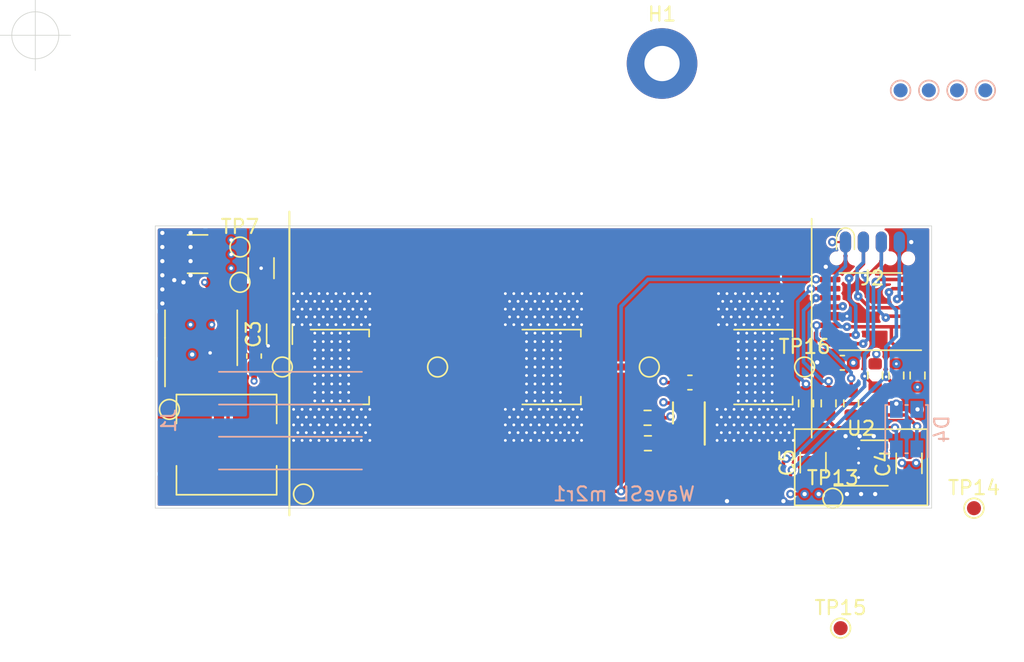
<source format=kicad_pcb>
(kicad_pcb (version 20171130) (host pcbnew 5.1.9)
  (layers (0 F.Cu signal) (1 In1.Cu signal) (2 In2.Cu signal) (31 B.Cu signal) (34 B.Paste user) (35 F.Paste user) (36 B.SilkS user) (37 F.SilkS user) (38 B.Mask user) (39 F.Mask user) (44 Edge.Cuts user))
  (net 0 "")
  (net 1 GND)
  (net 2 VCC)
  (net 3 /LED+)
  (net 4 "Net-(D1-Pad1)")
  (net 5 "Net-(D2-Pad1)")
  (net 6 /LED-)
  (net 7 "Net-(L1-Pad1)")
  (net 8 PWM)
  (net 9 +3V3)
  (net 10 /~RESET)
  (net 11 /SWCLK)
  (net 12 /SWDIO)
  (net 13 /TXD)
  (net 14 /RXD)
  (net 15 /SCK)
  (net 16 /SDA)
  (net 17 "Net-(D4-Pad1)")
  (net 18 "Net-(D4-Pad3)")
  (net 19 "Net-(D4-Pad4)")
  (net 20 /GPIO)
  (net 21 /LED_R)
  (net 22 /LED_G)
  (net 23 /LED_B)
  (net 24 "Net-(U5-Pad1)")
  (net 25 "Net-(U5-Pad2)")
  (net 26 "Net-(TP13-Pad1)")
  (net 27 "Net-(R9-Pad2)")
  (net 28 "Net-(U2-Pad10)")
  (net 29 "Net-(U2-Pad9)")
  (net 30 "Net-(U2-Pad8)")
  (module fkl-footprints:LED_Kingbright_AAA3528SEEZGKQBKS (layer B.Cu) (at 189.725 43.4 90)
    (fp_text reference D4 (at 0 2.5 90) (layer B.SilkS) (effects (justify mirror)))
    (fp_text value AAA3528SEEZGKQBKS)
    (pad 1 smd rect (at -1.4 0.725 90) (size 1.2 0.9) (layers B.Cu B.Paste B.Mask) (net 17 "Net-(D4-Pad1)"))
    (pad 3 smd rect (at 1.4 -0.725 90) (size 1.2 0.9) (layers B.Cu B.Paste B.Mask) (net 18 "Net-(D4-Pad3)"))
    (pad 4 smd rect (at -1.4 -0.725 90) (size 1.2 0.9) (layers B.Cu B.Paste B.Mask) (net 19 "Net-(D4-Pad4)"))
    (pad 2 smd rect (at 1.4 0.725 90) (size 1.2 0.9) (layers B.Cu B.Paste B.Mask) (net 9 +3V3))
  )
  (module fkl-footprints:SolderWire-foo (layer B.Cu) (at 139.7 40.5 270)
    (fp_text reference J1 (at 2.3 2.25 90) (layer B.SilkS) (effects (justify mirror)))
    (fp_text value Screw_Terminal_01x02)
    (pad 2 smd roundrect (at 4.6 0 270) (size 3 5) (layers B.Cu B.Paste B.Mask) (roundrect_rratio 0.119) (net 1 GND))
    (pad 1 smd roundrect (at 0 0 270) (size 3 5) (layers B.Cu B.Paste B.Mask) (roundrect_rratio 0.119) (net 2 VCC))
  )
  (module TestPoint:TestPoint_Pad_D1.0mm (layer F.Cu) (at 182.5 39)
    (fp_text reference TP16 (at 0 -1.448) (layer F.SilkS))
    (fp_text value TestPoint)
    (pad 1 smd circle (at 0 0) (size 1 1) (layers F.Cu F.Mask) (net 6 /LED-))
  )
  (module TestPoint:TestPoint_Pad_D1.0mm (layer F.Cu) (at 185.05 57.5)
    (fp_text reference TP15 (at 0 -1.448) (layer F.SilkS))
    (fp_text value TestPoint)
    (pad 1 smd circle (at 0 0) (size 1 1) (layers F.Cu F.Mask) (net 9 +3V3))
  )
  (module TestPoint:TestPoint_Pad_D1.0mm (layer F.Cu) (at 194.5 49)
    (fp_text reference TP14 (at 0 -1.448) (layer F.SilkS))
    (fp_text value TestPoint)
    (pad 1 smd circle (at 0 0) (size 1 1) (layers F.Cu F.Mask) (net 2 VCC))
  )
  (module Capacitor_SMD:C_1206_3216Metric (layer F.Cu) (at 183.1 45.775 90)
    (fp_text reference C5 (at 0 -1.85 90) (layer F.SilkS))
    (fp_text value "10u 50V")
    (pad 2 smd roundrect (at 1.475 0 90) (size 1.15 1.8) (layers F.Cu F.Paste F.Mask) (roundrect_rratio 0.217391) (net 1 GND))
    (pad 1 smd roundrect (at -1.475 0 90) (size 1.15 1.8) (layers F.Cu F.Paste F.Mask) (roundrect_rratio 0.217391) (net 2 VCC))
  )
  (module TestPoint:TestPoint_Pad_D1.0mm (layer F.Cu) (at 184.5 48.3)
    (fp_text reference TP13 (at 0 -1.448) (layer F.SilkS))
    (fp_text value TestPoint)
    (pad 1 smd circle (at 0 0) (size 1 1) (layers F.Cu F.Mask) (net 26 "Net-(TP13-Pad1)"))
  )
  (module Capacitor_SMD:C_1206_3216Metric (layer F.Cu) (at 189.9 45.825 90)
    (fp_text reference C4 (at 0 -1.85 90) (layer F.SilkS))
    (fp_text value 33u)
    (pad 2 smd roundrect (at 1.475 0 90) (size 1.15 1.8) (layers F.Cu F.Paste F.Mask) (roundrect_rratio 0.217391) (net 1 GND))
    (pad 1 smd roundrect (at -1.475 0 90) (size 1.15 1.8) (layers F.Cu F.Paste F.Mask) (roundrect_rratio 0.217391) (net 9 +3V3))
  )
  (module Capacitor_SMD:C_1206_3216Metric (layer F.Cu) (at 145.3 36.675 90)
    (fp_text reference C3 (at 0 -1.85 90) (layer F.SilkS))
    (fp_text value 2.2u)
    (pad 2 smd roundrect (at 1.475 0 90) (size 1.15 1.8) (layers F.Cu F.Paste F.Mask) (roundrect_rratio 0.217391) (net 1 GND))
    (pad 1 smd roundrect (at -1.475 0 90) (size 1.15 1.8) (layers F.Cu F.Paste F.Mask) (roundrect_rratio 0.217391) (net 3 /LED+))
  )
  (module Package_LGA:Texas_SIL0010A_MicroSiP-10-1EP_3.8x3mm_P0.6mm_EP0.7x2.9mm_ThermalVias (layer F.Cu) (at 186.5 45.8)
    (fp_text reference U2 (at 0 -2.45) (layer F.SilkS))
    (fp_text value LMZM23600V3)
    (pad 11 smd rect (at -0.175 0) (size 0.5 2.56) (layers B.Cu) (net 1 GND))
    (pad 11 thru_hole circle (at -0.175 1.03) (size 0.5 0.5) (drill 0.2) (layers *.Cu) (net 1 GND))
    (pad 11 thru_hole circle (at -0.175 0) (size 0.5 0.5) (drill 0.2) (layers *.Cu) (net 1 GND))
    (pad 11 thru_hole circle (at -0.175 -1.03) (size 0.5 0.5) (drill 0.2) (layers *.Cu) (net 1 GND))
    (pad 11 smd rect (at -0.175 0) (size 0.7 2.9) (layers F.Cu F.Mask) (net 1 GND))
    (pad 10 smd roundrect (at 1.525 -1.2) (size 0.8 0.45) (layers F.Cu F.Paste F.Mask) (net 28 "Net-(U2-Pad10)"))
    (pad 9 smd roundrect (at 1.525 -0.6) (size 0.8 0.45) (layers F.Cu F.Paste F.Mask) (net 29 "Net-(U2-Pad9)"))
    (pad 8 smd roundrect (at 1.525 0) (size 0.8 0.45) (layers F.Cu F.Paste F.Mask) (net 30 "Net-(U2-Pad8)"))
    (pad 7 smd roundrect (at 1.525 0.6) (size 0.8 0.45) (layers F.Cu F.Paste F.Mask) (net 9 +3V3))
    (pad 6 smd roundrect (at 1.525 1.2) (size 0.8 0.45) (layers F.Cu F.Paste F.Mask) (net 9 +3V3))
    (pad 5 smd roundrect (at -1.525 1.2) (size 0.8 0.45) (layers F.Cu F.Paste F.Mask) (net 26 "Net-(TP13-Pad1)"))
    (pad 4 smd roundrect (at -1.525 0.6) (size 0.8 0.45) (layers F.Cu F.Paste F.Mask) (net 2 VCC))
    (pad 3 smd roundrect (at -1.525 0) (size 0.8 0.45) (layers F.Cu F.Paste F.Mask) (net 2 VCC))
    (pad 2 smd roundrect (at -1.525 -0.6) (size 0.8 0.45) (layers F.Cu F.Paste F.Mask) (net 1 GND))
    (pad 1 smd roundrect (at -1.525 -1.2) (size 0.8 0.45) (layers F.Cu F.Paste F.Mask) (net 1 GND))
  )
  (module TestPoint:TestPoint_Pad_D1.0mm (layer F.Cu) (at 142.5 30.5)
    (fp_text reference TP7 (at 0 -1.448) (layer F.SilkS))
    (fp_text value TestPoint)
    (pad 1 smd circle (at 0 0) (size 1 1) (layers F.Cu F.Mask) (net 1 GND))
  )
  (module MountingHole:MountingHole_2.5mm_Pad (layer F.Cu) (at 172.4 17.5)
    (fp_text reference H1 (at 0 -3.5) (layer F.SilkS))
    (fp_text value MountingHole_Pad)
    (pad 1 thru_hole circle (at 0 0) (size 5 5) (drill 2.5) (layers *.Cu *.Mask) (net 1 GND))
  )
  (module TestPoint:TestPoint_Pad_D1.0mm (layer B.Cu) (at 189.3 19.4 270)
    (fp_text reference TP10 hide)
    (fp_text value TestPoint)
    (pad 1 smd circle (at 0 0 270) (size 1 1) (layers B.Cu B.Mask) (net 9 +3V3))
  )
  (module TestPoint:TestPoint_Pad_D1.0mm (layer B.Cu) (at 195.3 19.4 270)
    (fp_text reference TP12 hide)
    (fp_text value TestPoint)
    (pad 1 smd circle (at 0 0 270) (size 1 1) (layers B.Cu B.Mask) (net 18 "Net-(D4-Pad3)"))
  )
  (module TestPoint:TestPoint_Pad_D1.0mm (layer B.Cu) (at 193.3 19.4 270)
    (fp_text reference TP9 hide)
    (fp_text value TestPoint)
    (pad 1 smd circle (at 0 0 270) (size 1 1) (layers B.Cu B.Mask) (net 19 "Net-(D4-Pad4)"))
  )
  (module TestPoint:TestPoint_Pad_D1.0mm (layer B.Cu) (at 191.3 19.4 270)
    (fp_text reference TP8 hide)
    (fp_text value TestPoint)
    (pad 1 smd circle (at 0 0 270) (size 1 1) (layers B.Cu B.Mask) (net 17 "Net-(D4-Pad1)"))
  )
  (module Resistor_SMD:R_0603_1608Metric (layer F.Cu) (at 182.6 41.575 270)
    (fp_text reference R4 hide)
    (fp_text value R)
    (pad 2 smd roundrect (at 0.825 0 270) (size 0.8 0.95) (layers F.Cu F.Paste F.Mask) (net 18 "Net-(D4-Pad3)"))
    (pad 1 smd roundrect (at -0.825 0 270) (size 0.8 0.95) (layers F.Cu F.Paste F.Mask) (net 23 /LED_B))
  )
  (module Resistor_SMD:R_0603_1608Metric (layer F.Cu) (at 184.2 41.575 270)
    (fp_text reference R3 hide)
    (fp_text value R)
    (pad 2 smd roundrect (at 0.825 0 270) (size 0.8 0.95) (layers F.Cu F.Paste F.Mask) (net 19 "Net-(D4-Pad4)"))
    (pad 1 smd roundrect (at -0.825 0 270) (size 0.8 0.95) (layers F.Cu F.Paste F.Mask) (net 22 /LED_G))
  )
  (module Resistor_SMD:R_0603_1608Metric (layer F.Cu) (at 185.8 41.575 270)
    (fp_text reference R2 hide)
    (fp_text value R)
    (pad 2 smd roundrect (at 0.825 0 270) (size 0.8 0.95) (layers F.Cu F.Paste F.Mask) (net 17 "Net-(D4-Pad1)"))
    (pad 1 smd roundrect (at -0.825 0 270) (size 0.8 0.95) (layers F.Cu F.Paste F.Mask) (net 21 /LED_R))
  )
  (module TestPoint:TestPoint_Pad_D1.0mm (layer F.Cu) (at 171.5 39)
    (fp_text reference TP6 hide)
    (fp_text value TestPoint)
    (pad 1 smd circle (at 0 0) (size 1 1) (layers F.Cu F.Mask) (net 5 "Net-(D2-Pad1)"))
  )
  (module Resistor_SMD:R_0603_1608Metric (layer F.Cu) (at 171.4 44.4)
    (fp_text reference R9 hide)
    (fp_text value R)
    (pad 2 smd roundrect (at 0.825 0) (size 0.8 0.95) (layers F.Cu F.Paste F.Mask) (net 27 "Net-(R9-Pad2)"))
    (pad 1 smd roundrect (at -0.825 0) (size 0.8 0.95) (layers F.Cu F.Paste F.Mask) (net 8 PWM))
  )
  (module Resistor_SMD:R_0603_1608Metric (layer F.Cu) (at 171.375 42.6)
    (fp_text reference R5 hide)
    (fp_text value R)
    (pad 2 smd roundrect (at 0.825 0) (size 0.8 0.95) (layers F.Cu F.Paste F.Mask) (net 9 +3V3))
    (pad 1 smd roundrect (at -0.825 0) (size 0.8 0.95) (layers F.Cu F.Paste F.Mask) (net 8 PWM))
  )
  (module Resistor_SMD:R_0603_1608Metric (layer F.Cu) (at 189 39.6 90)
    (fp_text reference R7 hide)
    (fp_text value R)
    (pad 2 smd roundrect (at 0.825 0 90) (size 0.8 0.95) (layers F.Cu F.Paste F.Mask) (net 9 +3V3))
    (pad 1 smd roundrect (at -0.825 0 90) (size 0.8 0.95) (layers F.Cu F.Paste F.Mask) (net 16 /SDA))
  )
  (module Resistor_SMD:R_0603_1608Metric (layer F.Cu) (at 187.5 39.6 90)
    (fp_text reference R6 hide)
    (fp_text value R)
    (pad 2 smd roundrect (at 0.825 0 90) (size 0.8 0.95) (layers F.Cu F.Paste F.Mask) (net 9 +3V3))
    (pad 1 smd roundrect (at -0.825 0 90) (size 0.8 0.95) (layers F.Cu F.Paste F.Mask) (net 15 /SCK))
  )
  (module Package_DFN_QFN:DFN-8-1EP_3x2mm_P0.5mm_EP1.3x1.5mm (layer F.Cu) (at 174.3 43 90)
    (fp_text reference U4 hide)
    (fp_text value LM75B)
    (pad 9 smd rect (at 0 0 90) (size 1.3 1.5) (layers F.Cu F.Mask))
    (pad 8 smd rect (at 1.45 -0.75 90) (size 0.75 0.3) (layers F.Cu F.Paste F.Mask) (net 9 +3V3))
    (pad 7 smd rect (at 1.45 -0.25 90) (size 0.75 0.3) (layers F.Cu F.Paste F.Mask) (net 1 GND))
    (pad 6 smd rect (at 1.45 0.25 90) (size 0.75 0.3) (layers F.Cu F.Paste F.Mask) (net 1 GND))
    (pad 5 smd rect (at 1.45 0.75 90) (size 0.75 0.3) (layers F.Cu F.Paste F.Mask) (net 1 GND))
    (pad 4 smd rect (at -1.45 0.75 90) (size 0.75 0.3) (layers F.Cu F.Paste F.Mask) (net 1 GND))
    (pad 3 smd rect (at -1.45 0.25 90) (size 0.75 0.3) (layers F.Cu F.Paste F.Mask) (net 27 "Net-(R9-Pad2)"))
    (pad 2 smd rect (at -1.45 -0.25 90) (size 0.75 0.3) (layers F.Cu F.Paste F.Mask) (net 15 /SCK))
    (pad 1 smd rect (at -1.45 -0.75 90) (size 0.75 0.3) (layers F.Cu F.Paste F.Mask) (net 16 /SDA))
  )
  (module fkl-footprints:LED_Cree-XLAMP-XM-L (layer F.Cu) (at 179 39 180)
    (fp_text reference D3 hide)
    (fp_text value LED)
    (pad 3 thru_hole circle (at -0.6 1.2 180) (size 0.6 0.6) (drill 0.2) (layers *.Cu) (net 1 GND))
    (pad 3 thru_hole circle (at 0 2.4 180) (size 0.6 0.6) (drill 0.2) (layers *.Cu) (net 1 GND))
    (pad 3 thru_hole circle (at -0.6 2.4 180) (size 0.6 0.6) (drill 0.2) (layers *.Cu) (net 1 GND))
    (pad 3 thru_hole circle (at 1.2 1.8 180) (size 0.6 0.6) (drill 0.2) (layers *.Cu) (net 1 GND))
    (pad 3 thru_hole circle (at 0 1.8 180) (size 0.6 0.6) (drill 0.2) (layers *.Cu) (net 1 GND))
    (pad 3 thru_hole circle (at 1.2 1.2 180) (size 0.6 0.6) (drill 0.2) (layers *.Cu) (net 1 GND))
    (pad 3 thru_hole circle (at 1.2 0.6 180) (size 0.6 0.6) (drill 0.2) (layers *.Cu) (net 1 GND))
    (pad 3 thru_hole circle (at -1.2 1.8 180) (size 0.6 0.6) (drill 0.2) (layers *.Cu) (net 1 GND))
    (pad 3 thru_hole circle (at 1.2 2.4 180) (size 0.6 0.6) (drill 0.2) (layers *.Cu) (net 1 GND))
    (pad 3 thru_hole circle (at 0.6 2.4 180) (size 0.6 0.6) (drill 0.2) (layers *.Cu) (net 1 GND))
    (pad 3 thru_hole circle (at 0.6 1.8 180) (size 0.6 0.6) (drill 0.2) (layers *.Cu) (net 1 GND))
    (pad 3 thru_hole circle (at 0.6 1.2 180) (size 0.6 0.6) (drill 0.2) (layers *.Cu) (net 1 GND))
    (pad 3 thru_hole circle (at 0.6 0.6 180) (size 0.6 0.6) (drill 0.2) (layers *.Cu) (net 1 GND))
    (pad 3 thru_hole circle (at -1.2 0.6 180) (size 0.6 0.6) (drill 0.2) (layers *.Cu) (net 1 GND))
    (pad 3 thru_hole circle (at 0 1.2 180) (size 0.6 0.6) (drill 0.2) (layers *.Cu) (net 1 GND))
    (pad 3 thru_hole circle (at -1.2 2.4 180) (size 0.6 0.6) (drill 0.2) (layers *.Cu) (net 1 GND))
    (pad 3 thru_hole circle (at -1.2 1.2 180) (size 0.6 0.6) (drill 0.2) (layers *.Cu) (net 1 GND))
    (pad 3 thru_hole circle (at -0.6 0.6 180) (size 0.6 0.6) (drill 0.2) (layers *.Cu) (net 1 GND))
    (pad 3 thru_hole circle (at 0 0.6 180) (size 0.6 0.6) (drill 0.2) (layers *.Cu) (net 1 GND))
    (pad 3 thru_hole circle (at -0.6 1.8 180) (size 0.6 0.6) (drill 0.2) (layers *.Cu) (net 1 GND))
    (pad 3 thru_hole circle (at 0 -2.4 180) (size 0.6 0.6) (drill 0.2) (layers *.Cu) (net 1 GND))
    (pad 3 thru_hole circle (at -0.6 -2.4 180) (size 0.6 0.6) (drill 0.2) (layers *.Cu) (net 1 GND))
    (pad 3 thru_hole circle (at 1.2 -2.4 180) (size 0.6 0.6) (drill 0.2) (layers *.Cu) (net 1 GND))
    (pad 3 thru_hole circle (at 0.6 -2.4 180) (size 0.6 0.6) (drill 0.2) (layers *.Cu) (net 1 GND))
    (pad 3 thru_hole circle (at -1.2 -2.4 180) (size 0.6 0.6) (drill 0.2) (layers *.Cu) (net 1 GND))
    (pad 3 thru_hole circle (at 0 -1.8 180) (size 0.6 0.6) (drill 0.2) (layers *.Cu) (net 1 GND))
    (pad 3 thru_hole circle (at -0.6 -1.8 180) (size 0.6 0.6) (drill 0.2) (layers *.Cu) (net 1 GND))
    (pad 3 thru_hole circle (at 1.2 -1.8 180) (size 0.6 0.6) (drill 0.2) (layers *.Cu) (net 1 GND))
    (pad 3 thru_hole circle (at 0.6 -1.8 180) (size 0.6 0.6) (drill 0.2) (layers *.Cu) (net 1 GND))
    (pad 3 thru_hole circle (at -1.2 -1.8 180) (size 0.6 0.6) (drill 0.2) (layers *.Cu) (net 1 GND))
    (pad 3 thru_hole circle (at 0 -1.2 180) (size 0.6 0.6) (drill 0.2) (layers *.Cu) (net 1 GND))
    (pad 3 thru_hole circle (at -0.6 -1.2 180) (size 0.6 0.6) (drill 0.2) (layers *.Cu) (net 1 GND))
    (pad 3 thru_hole circle (at 1.2 -1.2 180) (size 0.6 0.6) (drill 0.2) (layers *.Cu) (net 1 GND))
    (pad 3 thru_hole circle (at 0.6 -1.2 180) (size 0.6 0.6) (drill 0.2) (layers *.Cu) (net 1 GND))
    (pad 3 thru_hole circle (at -1.2 -1.2 180) (size 0.6 0.6) (drill 0.2) (layers *.Cu) (net 1 GND))
    (pad 3 thru_hole circle (at 0 -0.6 180) (size 0.6 0.6) (drill 0.2) (layers *.Cu) (net 1 GND))
    (pad 3 thru_hole circle (at -0.6 -0.6 180) (size 0.6 0.6) (drill 0.2) (layers *.Cu) (net 1 GND))
    (pad 3 thru_hole circle (at 1.2 -0.6 180) (size 0.6 0.6) (drill 0.2) (layers *.Cu) (net 1 GND))
    (pad 3 thru_hole circle (at 0.6 -0.6 180) (size 0.6 0.6) (drill 0.2) (layers *.Cu) (net 1 GND))
    (pad 3 thru_hole circle (at -1.2 -0.6 180) (size 0.6 0.6) (drill 0.2) (layers *.Cu) (net 1 GND))
    (pad 3 thru_hole circle (at 1.2 0 180) (size 0.6 0.6) (drill 0.2) (layers *.Cu) (net 1 GND))
    (pad 3 thru_hole circle (at 0.6 0 180) (size 0.6 0.6) (drill 0.2) (layers *.Cu) (net 1 GND))
    (pad 3 thru_hole circle (at 0 0 180) (size 0.6 0.6) (drill 0.2) (layers *.Cu) (net 1 GND))
    (pad 3 thru_hole circle (at -0.6 0 180) (size 0.6 0.6) (drill 0.2) (layers *.Cu) (net 1 GND))
    (pad 3 thru_hole circle (at -1.2 0 180) (size 0.6 0.6) (drill 0.2) (layers *.Cu) (net 1 GND))
    (pad 1 smd rect (at -2.15 0 180) (size 0.7 5) (layers F.Cu F.Paste F.Mask) (net 6 /LED-))
    (pad 2 smd rect (at 2.15 0 180) (size 0.7 5) (layers F.Cu F.Paste F.Mask) (net 5 "Net-(D2-Pad1)"))
    (pad 3 smd rect (at 0 0 180) (size 3 5) (layers F.Cu F.Paste F.Mask) (net 1 GND))
  )
  (module fkl-footprints:LED_Cree-XLAMP-XM-L (layer F.Cu) (at 164 39 180)
    (fp_text reference D2 hide)
    (fp_text value LED)
    (pad 3 thru_hole circle (at -0.6 1.2 180) (size 0.6 0.6) (drill 0.2) (layers *.Cu) (net 1 GND))
    (pad 3 thru_hole circle (at 0 2.4 180) (size 0.6 0.6) (drill 0.2) (layers *.Cu) (net 1 GND))
    (pad 3 thru_hole circle (at -0.6 2.4 180) (size 0.6 0.6) (drill 0.2) (layers *.Cu) (net 1 GND))
    (pad 3 thru_hole circle (at 1.2 1.8 180) (size 0.6 0.6) (drill 0.2) (layers *.Cu) (net 1 GND))
    (pad 3 thru_hole circle (at 0 1.8 180) (size 0.6 0.6) (drill 0.2) (layers *.Cu) (net 1 GND))
    (pad 3 thru_hole circle (at 1.2 1.2 180) (size 0.6 0.6) (drill 0.2) (layers *.Cu) (net 1 GND))
    (pad 3 thru_hole circle (at 1.2 0.6 180) (size 0.6 0.6) (drill 0.2) (layers *.Cu) (net 1 GND))
    (pad 3 thru_hole circle (at -1.2 1.8 180) (size 0.6 0.6) (drill 0.2) (layers *.Cu) (net 1 GND))
    (pad 3 thru_hole circle (at 1.2 2.4 180) (size 0.6 0.6) (drill 0.2) (layers *.Cu) (net 1 GND))
    (pad 3 thru_hole circle (at 0.6 2.4 180) (size 0.6 0.6) (drill 0.2) (layers *.Cu) (net 1 GND))
    (pad 3 thru_hole circle (at 0.6 1.8 180) (size 0.6 0.6) (drill 0.2) (layers *.Cu) (net 1 GND))
    (pad 3 thru_hole circle (at 0.6 1.2 180) (size 0.6 0.6) (drill 0.2) (layers *.Cu) (net 1 GND))
    (pad 3 thru_hole circle (at 0.6 0.6 180) (size 0.6 0.6) (drill 0.2) (layers *.Cu) (net 1 GND))
    (pad 3 thru_hole circle (at -1.2 0.6 180) (size 0.6 0.6) (drill 0.2) (layers *.Cu) (net 1 GND))
    (pad 3 thru_hole circle (at 0 1.2 180) (size 0.6 0.6) (drill 0.2) (layers *.Cu) (net 1 GND))
    (pad 3 thru_hole circle (at -1.2 2.4 180) (size 0.6 0.6) (drill 0.2) (layers *.Cu) (net 1 GND))
    (pad 3 thru_hole circle (at -1.2 1.2 180) (size 0.6 0.6) (drill 0.2) (layers *.Cu) (net 1 GND))
    (pad 3 thru_hole circle (at -0.6 0.6 180) (size 0.6 0.6) (drill 0.2) (layers *.Cu) (net 1 GND))
    (pad 3 thru_hole circle (at 0 0.6 180) (size 0.6 0.6) (drill 0.2) (layers *.Cu) (net 1 GND))
    (pad 3 thru_hole circle (at -0.6 1.8 180) (size 0.6 0.6) (drill 0.2) (layers *.Cu) (net 1 GND))
    (pad 3 thru_hole circle (at 0 -2.4 180) (size 0.6 0.6) (drill 0.2) (layers *.Cu) (net 1 GND))
    (pad 3 thru_hole circle (at -0.6 -2.4 180) (size 0.6 0.6) (drill 0.2) (layers *.Cu) (net 1 GND))
    (pad 3 thru_hole circle (at 1.2 -2.4 180) (size 0.6 0.6) (drill 0.2) (layers *.Cu) (net 1 GND))
    (pad 3 thru_hole circle (at 0.6 -2.4 180) (size 0.6 0.6) (drill 0.2) (layers *.Cu) (net 1 GND))
    (pad 3 thru_hole circle (at -1.2 -2.4 180) (size 0.6 0.6) (drill 0.2) (layers *.Cu) (net 1 GND))
    (pad 3 thru_hole circle (at 0 -1.8 180) (size 0.6 0.6) (drill 0.2) (layers *.Cu) (net 1 GND))
    (pad 3 thru_hole circle (at -0.6 -1.8 180) (size 0.6 0.6) (drill 0.2) (layers *.Cu) (net 1 GND))
    (pad 3 thru_hole circle (at 1.2 -1.8 180) (size 0.6 0.6) (drill 0.2) (layers *.Cu) (net 1 GND))
    (pad 3 thru_hole circle (at 0.6 -1.8 180) (size 0.6 0.6) (drill 0.2) (layers *.Cu) (net 1 GND))
    (pad 3 thru_hole circle (at -1.2 -1.8 180) (size 0.6 0.6) (drill 0.2) (layers *.Cu) (net 1 GND))
    (pad 3 thru_hole circle (at 0 -1.2 180) (size 0.6 0.6) (drill 0.2) (layers *.Cu) (net 1 GND))
    (pad 3 thru_hole circle (at -0.6 -1.2 180) (size 0.6 0.6) (drill 0.2) (layers *.Cu) (net 1 GND))
    (pad 3 thru_hole circle (at 1.2 -1.2 180) (size 0.6 0.6) (drill 0.2) (layers *.Cu) (net 1 GND))
    (pad 3 thru_hole circle (at 0.6 -1.2 180) (size 0.6 0.6) (drill 0.2) (layers *.Cu) (net 1 GND))
    (pad 3 thru_hole circle (at -1.2 -1.2 180) (size 0.6 0.6) (drill 0.2) (layers *.Cu) (net 1 GND))
    (pad 3 thru_hole circle (at 0 -0.6 180) (size 0.6 0.6) (drill 0.2) (layers *.Cu) (net 1 GND))
    (pad 3 thru_hole circle (at -0.6 -0.6 180) (size 0.6 0.6) (drill 0.2) (layers *.Cu) (net 1 GND))
    (pad 3 thru_hole circle (at 1.2 -0.6 180) (size 0.6 0.6) (drill 0.2) (layers *.Cu) (net 1 GND))
    (pad 3 thru_hole circle (at 0.6 -0.6 180) (size 0.6 0.6) (drill 0.2) (layers *.Cu) (net 1 GND))
    (pad 3 thru_hole circle (at -1.2 -0.6 180) (size 0.6 0.6) (drill 0.2) (layers *.Cu) (net 1 GND))
    (pad 3 thru_hole circle (at 1.2 0 180) (size 0.6 0.6) (drill 0.2) (layers *.Cu) (net 1 GND))
    (pad 3 thru_hole circle (at 0.6 0 180) (size 0.6 0.6) (drill 0.2) (layers *.Cu) (net 1 GND))
    (pad 3 thru_hole circle (at 0 0 180) (size 0.6 0.6) (drill 0.2) (layers *.Cu) (net 1 GND))
    (pad 3 thru_hole circle (at -0.6 0 180) (size 0.6 0.6) (drill 0.2) (layers *.Cu) (net 1 GND))
    (pad 3 thru_hole circle (at -1.2 0 180) (size 0.6 0.6) (drill 0.2) (layers *.Cu) (net 1 GND))
    (pad 1 smd rect (at -2.15 0 180) (size 0.7 5) (layers F.Cu F.Paste F.Mask) (net 5 "Net-(D2-Pad1)"))
    (pad 2 smd rect (at 2.15 0 180) (size 0.7 5) (layers F.Cu F.Paste F.Mask) (net 4 "Net-(D1-Pad1)"))
    (pad 3 smd rect (at 0 0 180) (size 3 5) (layers F.Cu F.Paste F.Mask) (net 1 GND))
  )
  (module fkl-footprints:LED_Cree-XLAMP-XM-L (layer F.Cu) (at 149 39 180)
    (fp_text reference D1 hide)
    (fp_text value LED)
    (pad 3 thru_hole circle (at -0.6 1.2 180) (size 0.6 0.6) (drill 0.2) (layers *.Cu) (net 1 GND))
    (pad 3 thru_hole circle (at 0 2.4 180) (size 0.6 0.6) (drill 0.2) (layers *.Cu) (net 1 GND))
    (pad 3 thru_hole circle (at -0.6 2.4 180) (size 0.6 0.6) (drill 0.2) (layers *.Cu) (net 1 GND))
    (pad 3 thru_hole circle (at 1.2 1.8 180) (size 0.6 0.6) (drill 0.2) (layers *.Cu) (net 1 GND))
    (pad 3 thru_hole circle (at 0 1.8 180) (size 0.6 0.6) (drill 0.2) (layers *.Cu) (net 1 GND))
    (pad 3 thru_hole circle (at 1.2 1.2 180) (size 0.6 0.6) (drill 0.2) (layers *.Cu) (net 1 GND))
    (pad 3 thru_hole circle (at 1.2 0.6 180) (size 0.6 0.6) (drill 0.2) (layers *.Cu) (net 1 GND))
    (pad 3 thru_hole circle (at -1.2 1.8 180) (size 0.6 0.6) (drill 0.2) (layers *.Cu) (net 1 GND))
    (pad 3 thru_hole circle (at 1.2 2.4 180) (size 0.6 0.6) (drill 0.2) (layers *.Cu) (net 1 GND))
    (pad 3 thru_hole circle (at 0.6 2.4 180) (size 0.6 0.6) (drill 0.2) (layers *.Cu) (net 1 GND))
    (pad 3 thru_hole circle (at 0.6 1.8 180) (size 0.6 0.6) (drill 0.2) (layers *.Cu) (net 1 GND))
    (pad 3 thru_hole circle (at 0.6 1.2 180) (size 0.6 0.6) (drill 0.2) (layers *.Cu) (net 1 GND))
    (pad 3 thru_hole circle (at 0.6 0.6 180) (size 0.6 0.6) (drill 0.2) (layers *.Cu) (net 1 GND))
    (pad 3 thru_hole circle (at -1.2 0.6 180) (size 0.6 0.6) (drill 0.2) (layers *.Cu) (net 1 GND))
    (pad 3 thru_hole circle (at 0 1.2 180) (size 0.6 0.6) (drill 0.2) (layers *.Cu) (net 1 GND))
    (pad 3 thru_hole circle (at -1.2 2.4 180) (size 0.6 0.6) (drill 0.2) (layers *.Cu) (net 1 GND))
    (pad 3 thru_hole circle (at -1.2 1.2 180) (size 0.6 0.6) (drill 0.2) (layers *.Cu) (net 1 GND))
    (pad 3 thru_hole circle (at -0.6 0.6 180) (size 0.6 0.6) (drill 0.2) (layers *.Cu) (net 1 GND))
    (pad 3 thru_hole circle (at 0 0.6 180) (size 0.6 0.6) (drill 0.2) (layers *.Cu) (net 1 GND))
    (pad 3 thru_hole circle (at -0.6 1.8 180) (size 0.6 0.6) (drill 0.2) (layers *.Cu) (net 1 GND))
    (pad 3 thru_hole circle (at 0 -2.4 180) (size 0.6 0.6) (drill 0.2) (layers *.Cu) (net 1 GND))
    (pad 3 thru_hole circle (at -0.6 -2.4 180) (size 0.6 0.6) (drill 0.2) (layers *.Cu) (net 1 GND))
    (pad 3 thru_hole circle (at 1.2 -2.4 180) (size 0.6 0.6) (drill 0.2) (layers *.Cu) (net 1 GND))
    (pad 3 thru_hole circle (at 0.6 -2.4 180) (size 0.6 0.6) (drill 0.2) (layers *.Cu) (net 1 GND))
    (pad 3 thru_hole circle (at -1.2 -2.4 180) (size 0.6 0.6) (drill 0.2) (layers *.Cu) (net 1 GND))
    (pad 3 thru_hole circle (at 0 -1.8 180) (size 0.6 0.6) (drill 0.2) (layers *.Cu) (net 1 GND))
    (pad 3 thru_hole circle (at -0.6 -1.8 180) (size 0.6 0.6) (drill 0.2) (layers *.Cu) (net 1 GND))
    (pad 3 thru_hole circle (at 1.2 -1.8 180) (size 0.6 0.6) (drill 0.2) (layers *.Cu) (net 1 GND))
    (pad 3 thru_hole circle (at 0.6 -1.8 180) (size 0.6 0.6) (drill 0.2) (layers *.Cu) (net 1 GND))
    (pad 3 thru_hole circle (at -1.2 -1.8 180) (size 0.6 0.6) (drill 0.2) (layers *.Cu) (net 1 GND))
    (pad 3 thru_hole circle (at 0 -1.2 180) (size 0.6 0.6) (drill 0.2) (layers *.Cu) (net 1 GND))
    (pad 3 thru_hole circle (at -0.6 -1.2 180) (size 0.6 0.6) (drill 0.2) (layers *.Cu) (net 1 GND))
    (pad 3 thru_hole circle (at 1.2 -1.2 180) (size 0.6 0.6) (drill 0.2) (layers *.Cu) (net 1 GND))
    (pad 3 thru_hole circle (at 0.6 -1.2 180) (size 0.6 0.6) (drill 0.2) (layers *.Cu) (net 1 GND))
    (pad 3 thru_hole circle (at -1.2 -1.2 180) (size 0.6 0.6) (drill 0.2) (layers *.Cu) (net 1 GND))
    (pad 3 thru_hole circle (at 0 -0.6 180) (size 0.6 0.6) (drill 0.2) (layers *.Cu) (net 1 GND))
    (pad 3 thru_hole circle (at -0.6 -0.6 180) (size 0.6 0.6) (drill 0.2) (layers *.Cu) (net 1 GND))
    (pad 3 thru_hole circle (at 1.2 -0.6 180) (size 0.6 0.6) (drill 0.2) (layers *.Cu) (net 1 GND))
    (pad 3 thru_hole circle (at 0.6 -0.6 180) (size 0.6 0.6) (drill 0.2) (layers *.Cu) (net 1 GND))
    (pad 3 thru_hole circle (at -1.2 -0.6 180) (size 0.6 0.6) (drill 0.2) (layers *.Cu) (net 1 GND))
    (pad 3 thru_hole circle (at 1.2 0 180) (size 0.6 0.6) (drill 0.2) (layers *.Cu) (net 1 GND))
    (pad 3 thru_hole circle (at 0.6 0 180) (size 0.6 0.6) (drill 0.2) (layers *.Cu) (net 1 GND))
    (pad 3 thru_hole circle (at 0 0 180) (size 0.6 0.6) (drill 0.2) (layers *.Cu) (net 1 GND))
    (pad 3 thru_hole circle (at -0.6 0 180) (size 0.6 0.6) (drill 0.2) (layers *.Cu) (net 1 GND))
    (pad 3 thru_hole circle (at -1.2 0 180) (size 0.6 0.6) (drill 0.2) (layers *.Cu) (net 1 GND))
    (pad 1 smd rect (at -2.15 0 180) (size 0.7 5) (layers F.Cu F.Paste F.Mask) (net 4 "Net-(D1-Pad1)"))
    (pad 2 smd rect (at 2.15 0 180) (size 0.7 5) (layers F.Cu F.Paste F.Mask) (net 3 /LED+))
    (pad 3 smd rect (at 0 0 180) (size 3 5) (layers F.Cu F.Paste F.Mask) (net 1 GND))
  )
  (module Capacitor_SMD:C_0603_1608Metric (layer F.Cu) (at 174.375 40.1)
    (fp_text reference C9 hide)
    (fp_text value 100n)
    (pad 2 smd roundrect (at 0.775 0) (size 0.9 0.95) (layers F.Cu F.Paste F.Mask) (net 1 GND))
    (pad 1 smd roundrect (at -0.775 0) (size 0.9 0.95) (layers F.Cu F.Paste F.Mask) (net 9 +3V3))
  )
  (module fkl-footprints:Connector_SOICbite (layer F.Cu) (at 187.3 29.4 180)
    (fp_text reference J2 (at 0 -3.302) (layer F.SilkS))
    (fp_text value SOICBite)
    (pad "" np_thru_hole circle (at 2.54 -1.905 180) (size 0.7 0.7) (drill 0.7) (layers *.Cu *.Mask))
    (pad "" np_thru_hole circle (at 1.27 -1.905 180) (size 0.7 0.7) (drill 0.7) (layers *.Cu *.Mask))
    (pad "" np_thru_hole circle (at 0 -1.905 180) (size 0.7 0.7) (drill 0.7) (layers *.Cu *.Mask))
    (pad "" np_thru_hole circle (at -1.27 -1.905 180) (size 0.7 0.7) (drill 0.7) (layers *.Cu *.Mask))
    (pad "" np_thru_hole circle (at -2.54 -1.905 180) (size 0.7 0.7) (drill 0.7) (layers *.Cu *.Mask))
    (pad 8 smd oval (at 1.905 -0.75 180) (size 0.8 1.5) (layers B.Cu B.Mask) (net 10 /~RESET))
    (pad 7 smd oval (at 0.635 -0.75 180) (size 0.8 1.5) (layers B.Cu B.Mask) (net 11 /SWCLK))
    (pad 6 smd oval (at -0.635 -0.75 180) (size 0.8 1.5) (layers B.Cu B.Mask) (net 20 /GPIO))
    (pad 1 smd oval (at 1.905 -0.75 180) (size 0.8 1.5) (layers F.Cu F.Mask) (net 9 +3V3))
    (pad 2 smd oval (at 0.635 -0.75 180) (size 0.8 1.5) (layers F.Cu F.Mask) (net 14 /RXD))
    (pad 3 smd oval (at -0.635 -0.75 180) (size 0.8 1.5) (layers F.Cu F.Mask) (net 13 /TXD))
    (pad 4 smd oval (at -1.905 -0.75 180) (size 0.8 1.5) (layers F.Cu F.Mask) (net 1 GND))
    (pad 5 smd oval (at -1.905 -0.75 180) (size 0.8 1.5) (layers B.Cu B.Mask) (net 12 /SWDIO))
  )
  (module TestPoint:TestPoint_Pad_D1.0mm (layer F.Cu) (at 142.5 33 180)
    (fp_text reference TP5 hide)
    (fp_text value TestPoint)
    (pad 1 smd circle (at 0 0 180) (size 1 1) (layers F.Cu F.Mask) (net 6 /LED-))
  )
  (module TestPoint:TestPoint_Pad_D1.0mm (layer F.Cu) (at 147 48 180)
    (fp_text reference TP4 hide)
    (fp_text value TestPoint)
    (pad 1 smd circle (at 0 0 180) (size 1 1) (layers F.Cu F.Mask) (net 8 PWM))
  )
  (module TestPoint:TestPoint_Pad_D1.0mm (layer F.Cu) (at 137.5 42 180)
    (fp_text reference TP3 hide)
    (fp_text value TestPoint)
    (pad 1 smd circle (at 0 0 180) (size 1 1) (layers F.Cu F.Mask) (net 7 "Net-(L1-Pad1)"))
  )
  (module TestPoint:TestPoint_Pad_D1.0mm (layer F.Cu) (at 156.5 39)
    (fp_text reference TP2 hide)
    (fp_text value TestPoint)
    (pad 1 smd circle (at 0 0) (size 1 1) (layers F.Cu F.Mask) (net 4 "Net-(D1-Pad1)"))
  )
  (module TestPoint:TestPoint_Pad_D1.0mm (layer F.Cu) (at 145.5 39)
    (fp_text reference TP1 hide)
    (fp_text value TestPoint)
    (pad 1 smd circle (at 0 0) (size 1 1) (layers F.Cu F.Mask) (net 3 /LED+))
  )
  (module Resistor_SMD:R_0603_1608Metric (layer F.Cu) (at 190.5 39.6 270)
    (fp_text reference R8 hide)
    (fp_text value R)
    (pad 2 smd roundrect (at 0.825 0 270) (size 0.8 0.95) (layers F.Cu F.Paste F.Mask) (net 9 +3V3))
    (pad 1 smd roundrect (at -0.825 0 270) (size 0.8 0.95) (layers F.Cu F.Paste F.Mask) (net 10 /~RESET))
  )
  (module Capacitor_SMD:C_0603_1608Metric (layer F.Cu) (at 185.175 38.7 180)
    (fp_text reference C8 hide)
    (fp_text value 100n)
    (pad 2 smd roundrect (at 0.775 0 180) (size 0.9 0.95) (layers F.Cu F.Paste F.Mask) (net 1 GND))
    (pad 1 smd roundrect (at -0.775 0 180) (size 0.9 0.95) (layers F.Cu F.Paste F.Mask) (net 9 +3V3))
  )
  (module Capacitor_SMD:C_0603_1608Metric (layer F.Cu) (at 143.5 38.225 90)
    (fp_text reference C2 hide)
    (fp_text value 1u)
    (pad 2 smd roundrect (at 0.775 0 90) (size 0.9 0.95) (layers F.Cu F.Paste F.Mask) (net 1 GND))
    (pad 1 smd roundrect (at -0.775 0 90) (size 0.9 0.95) (layers F.Cu F.Paste F.Mask) (net 2 VCC))
  )
  (module Package_SO:TSSOP-16_4.4x5mm_P0.65mm (layer F.Cu) (at 187.1625 35.075 180)
    (fp_text reference U5 hide)
    (fp_text value LPC812M001JDH16)
    (pad 16 smd roundrect (at 2.8625 -2.275 180) (size 1.475 0.4) (layers F.Cu F.Paste F.Mask) (net 13 /TXD))
    (pad 15 smd roundrect (at 2.8625 -1.625 180) (size 1.475 0.4) (layers F.Cu F.Paste F.Mask) (net 14 /RXD))
    (pad 14 smd roundrect (at 2.8625 -0.975 180) (size 1.475 0.4) (layers F.Cu F.Paste F.Mask) (net 21 /LED_R))
    (pad 13 smd roundrect (at 2.8625 -0.325 180) (size 1.475 0.4) (layers F.Cu F.Paste F.Mask) (net 1 GND))
    (pad 12 smd roundrect (at 2.8625 0.325 180) (size 1.475 0.4) (layers F.Cu F.Paste F.Mask) (net 9 +3V3))
    (pad 11 smd roundrect (at 2.8625 0.975 180) (size 1.475 0.4) (layers F.Cu F.Paste F.Mask) (net 22 /LED_G))
    (pad 10 smd roundrect (at 2.8625 1.625 180) (size 1.475 0.4) (layers F.Cu F.Paste F.Mask) (net 23 /LED_B))
    (pad 9 smd roundrect (at 2.8625 2.275 180) (size 1.475 0.4) (layers F.Cu F.Paste F.Mask) (net 8 PWM))
    (pad 8 smd roundrect (at -2.8625 2.275 180) (size 1.475 0.4) (layers F.Cu F.Paste F.Mask) (net 15 /SCK))
    (pad 7 smd roundrect (at -2.8625 1.625 180) (size 1.475 0.4) (layers F.Cu F.Paste F.Mask) (net 16 /SDA))
    (pad 6 smd roundrect (at -2.8625 0.975 180) (size 1.475 0.4) (layers F.Cu F.Paste F.Mask) (net 12 /SWDIO))
    (pad 5 smd roundrect (at -2.8625 0.325 180) (size 1.475 0.4) (layers F.Cu F.Paste F.Mask) (net 11 /SWCLK))
    (pad 4 smd roundrect (at -2.8625 -0.325 180) (size 1.475 0.4) (layers F.Cu F.Paste F.Mask) (net 20 /GPIO))
    (pad 3 smd roundrect (at -2.8625 -0.975 180) (size 1.475 0.4) (layers F.Cu F.Paste F.Mask) (net 10 /~RESET))
    (pad 2 smd roundrect (at -2.8625 -1.625 180) (size 1.475 0.4) (layers F.Cu F.Paste F.Mask) (net 25 "Net-(U5-Pad2)"))
    (pad 1 smd roundrect (at -2.8625 -2.275 180) (size 1.475 0.4) (layers F.Cu F.Paste F.Mask) (net 24 "Net-(U5-Pad1)"))
  )
  (module Resistor_SMD:R_1206_3216Metric (layer F.Cu) (at 144 32 90)
    (fp_text reference R1 hide)
    (fp_text value R)
    (pad 2 smd roundrect (at 1.4625 0 90) (size 1.125 1.75) (layers F.Cu F.Paste F.Mask) (roundrect_rratio 0.222222) (net 1 GND))
    (pad 1 smd roundrect (at -1.4625 0 90) (size 1.125 1.75) (layers F.Cu F.Paste F.Mask) (roundrect_rratio 0.222222) (net 6 /LED-))
  )
  (module Package_SO:SOIC-8_3.9x4.9mm_P1.27mm (layer F.Cu) (at 139.75 36.93 90)
    (fp_text reference U1 hide)
    (fp_text value LED2000)
    (pad 8 smd roundrect (at 2.475 -1.905 90) (size 1.95 0.6) (layers F.Cu F.Paste F.Mask) (net 2 VCC))
    (pad 7 smd roundrect (at 2.475 -0.635 90) (size 1.95 0.6) (layers F.Cu F.Paste F.Mask) (net 1 GND))
    (pad 6 smd roundrect (at 2.475 0.635 90) (size 1.95 0.6) (layers F.Cu F.Paste F.Mask) (net 1 GND))
    (pad 5 smd roundrect (at 2.475 1.905 90) (size 1.95 0.6) (layers F.Cu F.Paste F.Mask) (net 6 /LED-))
    (pad 4 smd roundrect (at -2.475 1.905 90) (size 1.95 0.6) (layers F.Cu F.Paste F.Mask) (net 8 PWM))
    (pad 3 smd roundrect (at -2.475 0.635 90) (size 1.95 0.6) (layers F.Cu F.Paste F.Mask) (net 2 VCC))
    (pad 2 smd roundrect (at -2.475 -0.635 90) (size 1.95 0.6) (layers F.Cu F.Paste F.Mask) (net 1 GND))
    (pad 1 smd roundrect (at -2.475 -1.905 90) (size 1.95 0.6) (layers F.Cu F.Paste F.Mask) (net 7 "Net-(L1-Pad1)"))
  )
  (module Inductor_SMD:L_Wuerth_HCI-7030 (layer F.Cu) (at 141.55 44.5)
    (fp_text reference L1 hide)
    (fp_text value 2.2u)
    (pad 2 smd rect (at 2.55 0) (size 2.7 2.2) (layers F.Cu F.Paste F.Mask) (net 3 /LED+))
    (pad 1 smd rect (at -2.55 0) (size 2.7 2.2) (layers F.Cu F.Paste F.Mask) (net 7 "Net-(L1-Pad1)"))
  )
  (module Capacitor_SMD:C_1210_3225Metric (layer F.Cu) (at 139.5 31)
    (fp_text reference C1 hide)
    (fp_text value 10u)
    (pad 2 smd roundrect (at 1.475 0) (size 1.15 2.7) (layers F.Cu F.Paste F.Mask) (roundrect_rratio 0.217391) (net 1 GND))
    (pad 1 smd roundrect (at -1.475 0) (size 1.15 2.7) (layers F.Cu F.Paste F.Mask) (roundrect_rratio 0.217391) (net 2 VCC))
  )
  (gr_line (start 181.8 48.8) (end 181.8 43.4) (layer F.SilkS) (width 0.12))
  (gr_line (start 191.2 48.8) (end 181.8 48.8) (layer F.SilkS) (width 0.12))
  (gr_line (start 191.2 43.4) (end 191.2 48.8) (layer F.SilkS) (width 0.12))
  (gr_line (start 181.8 43.4) (end 191.2 43.4) (layer F.SilkS) (width 0.12))
  (gr_text "WaveSL m2r1" (at 169.7 48) (layer B.SilkS) (effects (font (size 1 1)) (justify mirror)))
  (gr_line (start 183 28.5) (end 183 44) (layer F.SilkS) (width 0.12))
  (gr_line (start 146 49.5) (end 146 28) (layer F.SilkS) (width 0.15))
  (gr_line (start 191.5 49) (end 136.5 49) (layer Edge.Cuts) (width 0.05))
  (gr_line (start 191.5 29) (end 191.5 49) (layer Edge.Cuts) (width 0.05))
  (gr_line (start 136.5 29) (end 191.5 29) (layer Edge.Cuts) (width 0.05))
  (gr_line (start 136.5 49) (end 136.5 29) (layer Edge.Cuts) (width 0.05))
  (target plus (at 128 15.5) (size 5) (width 0.05) (layer Edge.Cuts))
  (via (at 184 31.9) (size 0.6) (drill 0.3) (layers F.Cu B.Cu) (net 1))
  (via (at 185.5 35.4) (size 0.6) (drill 0.2) (layers F.Cu B.Cu) (net 1))
  (segment (start 184.3 35.4) (end 185.5 35.4) (width 0.25) (layer F.Cu) (net 1))
  (segment (start 139.115 38.115) (end 139 38) (width 0.25) (layer F.Cu) (net 1))
  (via (at 139.115 38.115) (size 0.6) (drill 0.3) (layers F.Cu B.Cu) (net 1))
  (segment (start 139.115 39.405) (end 139.115 38.115) (width 0.25) (layer F.Cu) (net 1))
  (segment (start 140.9 31) (end 141.87499 31.97499) (width 0.4) (layer F.Cu) (net 1))
  (via (at 141.87499 32) (size 0.5) (drill 0.25) (layers F.Cu B.Cu) (net 1))
  (segment (start 141.87499 31.97499) (end 141.87499 32) (width 0.4) (layer F.Cu) (net 1))
  (via (at 141.87499 30) (size 0.5) (drill 0.25) (layers F.Cu B.Cu) (net 1))
  (segment (start 141.87499 30.02501) (end 141.87499 30) (width 0.4) (layer F.Cu) (net 1))
  (segment (start 140.9 31) (end 141.87499 30.02501) (width 0.4) (layer F.Cu) (net 1))
  (via (at 141.87499 31.027333) (size 0.5) (drill 0.25) (layers F.Cu B.Cu) (net 1))
  (segment (start 140.9 31) (end 141.847657 31) (width 0.4) (layer F.Cu) (net 1))
  (segment (start 141.847657 31) (end 141.87499 31.027333) (width 0.4) (layer F.Cu) (net 1))
  (segment (start 189.205 30.15) (end 190.055034 30.15) (width 0.25) (layer F.Cu) (net 1))
  (via (at 190.055034 30.15) (size 0.6) (drill 0.3) (layers F.Cu B.Cu) (net 1))
  (segment (start 148.1 43.1) (end 148.7 43.1) (width 0.25) (layer F.Cu) (net 1))
  (via (at 162.8 35.45) (size 0.6) (drill 0.2) (layers F.Cu B.Cu) (net 1))
  (via (at 163.1 36) (size 0.6) (drill 0.2) (layers F.Cu B.Cu) (net 1))
  (via (at 162.5 36) (size 0.6) (drill 0.2) (layers F.Cu B.Cu) (net 1))
  (segment (start 165.2 42.8) (end 165 43) (width 0.25) (layer F.Cu) (net 1))
  (segment (start 165.2 41.4) (end 165.2 42.8) (width 0.25) (layer F.Cu) (net 1))
  (segment (start 165.2 41.4) (end 165.2 41.8) (width 0.25) (layer F.Cu) (net 1))
  (segment (start 143.5 37.45) (end 144.45 37.45) (width 0.25) (layer F.Cu) (net 1))
  (via (at 144.5 37.5) (size 0.5) (drill 0.25) (layers F.Cu B.Cu) (net 1))
  (segment (start 144.45 37.45) (end 144.5 37.5) (width 0.25) (layer F.Cu) (net 1))
  (segment (start 141.9 30) (end 141.9 30) (width 0.4) (layer F.Cu) (net 1))
  (segment (start 142 31) (end 142 31) (width 0.4) (layer F.Cu) (net 1))
  (segment (start 141.9 32) (end 141.9 32) (width 0.4) (layer F.Cu) (net 1))
  (segment (start 140.385 34.455) (end 140.385 35.885) (width 0.4) (layer F.Cu) (net 1))
  (via (at 140.5 36) (size 0.5) (drill 0.25) (layers F.Cu B.Cu) (net 1))
  (segment (start 140.385 35.885) (end 140.5 36) (width 0.4) (layer F.Cu) (net 1))
  (segment (start 139.115 34.455) (end 139.115 35.885) (width 0.4) (layer F.Cu) (net 1))
  (segment (start 139.115 35.885) (end 139 36) (width 0.4) (layer F.Cu) (net 1))
  (via (at 139 36) (size 0.5) (drill 0.25) (layers F.Cu B.Cu) (net 1))
  (via (at 144 32) (size 0.5) (drill 0.25) (layers F.Cu B.Cu) (net 1))
  (via (at 163.4 35.45) (size 0.6) (drill 0.2) (layers F.Cu B.Cu) (net 1))
  (via (at 165.2 35.45) (size 0.6) (drill 0.2) (layers F.Cu B.Cu) (net 1))
  (via (at 165.5 36) (size 0.6) (drill 0.2) (layers F.Cu B.Cu) (net 1))
  (via (at 164.9 36) (size 0.6) (drill 0.2) (layers F.Cu B.Cu) (net 1))
  (via (at 165.8 35.45) (size 0.6) (drill 0.2) (layers F.Cu B.Cu) (net 1))
  (via (at 164 35.45) (size 0.6) (drill 0.2) (layers F.Cu B.Cu) (net 1))
  (via (at 164.3 36) (size 0.6) (drill 0.2) (layers F.Cu B.Cu) (net 1))
  (via (at 163.7 36) (size 0.6) (drill 0.2) (layers F.Cu B.Cu) (net 1))
  (via (at 164.6 35.45) (size 0.6) (drill 0.2) (layers F.Cu B.Cu) (net 1))
  (via (at 165.5 33.8) (size 0.6) (drill 0.2) (layers F.Cu B.Cu) (net 1))
  (via (at 163.1 33.8) (size 0.6) (drill 0.2) (layers F.Cu B.Cu) (net 1))
  (via (at 162.5 33.8) (size 0.6) (drill 0.2) (layers F.Cu B.Cu) (net 1))
  (via (at 163.7 33.8) (size 0.6) (drill 0.2) (layers F.Cu B.Cu) (net 1))
  (via (at 164.9 33.8) (size 0.6) (drill 0.2) (layers F.Cu B.Cu) (net 1))
  (via (at 164.3 33.8) (size 0.6) (drill 0.2) (layers F.Cu B.Cu) (net 1))
  (via (at 162.8 34.35) (size 0.6) (drill 0.2) (layers F.Cu B.Cu) (net 1))
  (via (at 165.5 34.9) (size 0.6) (drill 0.2) (layers F.Cu B.Cu) (net 1))
  (via (at 163.1 34.9) (size 0.6) (drill 0.2) (layers F.Cu B.Cu) (net 1))
  (via (at 165.8 34.35) (size 0.6) (drill 0.2) (layers F.Cu B.Cu) (net 1))
  (via (at 162.5 34.9) (size 0.6) (drill 0.2) (layers F.Cu B.Cu) (net 1))
  (via (at 165.2 34.35) (size 0.6) (drill 0.2) (layers F.Cu B.Cu) (net 1))
  (via (at 163.7 34.9) (size 0.6) (drill 0.2) (layers F.Cu B.Cu) (net 1))
  (via (at 164.6 34.35) (size 0.6) (drill 0.2) (layers F.Cu B.Cu) (net 1))
  (via (at 164.9 34.9) (size 0.6) (drill 0.2) (layers F.Cu B.Cu) (net 1))
  (via (at 164.3 34.9) (size 0.6) (drill 0.2) (layers F.Cu B.Cu) (net 1))
  (via (at 164 34.35) (size 0.6) (drill 0.2) (layers F.Cu B.Cu) (net 1))
  (via (at 163.4 34.35) (size 0.6) (drill 0.2) (layers F.Cu B.Cu) (net 1))
  (via (at 166.4 34.35) (size 0.6) (drill 0.2) (layers F.Cu B.Cu) (net 1))
  (via (at 166.4 35.45) (size 0.6) (drill 0.2) (layers F.Cu B.Cu) (net 1))
  (via (at 166.7 34.9) (size 0.6) (drill 0.2) (layers F.Cu B.Cu) (net 1))
  (via (at 166.7 33.8) (size 0.6) (drill 0.2) (layers F.Cu B.Cu) (net 1))
  (via (at 166.7 36) (size 0.6) (drill 0.2) (layers F.Cu B.Cu) (net 1))
  (via (at 166.1 34.9) (size 0.6) (drill 0.2) (layers F.Cu B.Cu) (net 1))
  (via (at 166.1 33.8) (size 0.6) (drill 0.2) (layers F.Cu B.Cu) (net 1))
  (via (at 166.1 36) (size 0.6) (drill 0.2) (layers F.Cu B.Cu) (net 1))
  (via (at 161.3 34.9) (size 0.6) (drill 0.2) (layers F.Cu B.Cu) (net 1))
  (via (at 161.3 33.8) (size 0.6) (drill 0.2) (layers F.Cu B.Cu) (net 1))
  (via (at 161.3 36) (size 0.6) (drill 0.2) (layers F.Cu B.Cu) (net 1))
  (via (at 162.2 34.35) (size 0.6) (drill 0.2) (layers F.Cu B.Cu) (net 1))
  (via (at 161.9 36) (size 0.6) (drill 0.2) (layers F.Cu B.Cu) (net 1))
  (via (at 161.9 34.9) (size 0.6) (drill 0.2) (layers F.Cu B.Cu) (net 1))
  (via (at 162.2 35.45) (size 0.6) (drill 0.2) (layers F.Cu B.Cu) (net 1))
  (via (at 161.6 35.45) (size 0.6) (drill 0.2) (layers F.Cu B.Cu) (net 1))
  (via (at 161.6 34.35) (size 0.6) (drill 0.2) (layers F.Cu B.Cu) (net 1))
  (via (at 161.9 33.8) (size 0.6) (drill 0.2) (layers F.Cu B.Cu) (net 1))
  (via (at 178.1 42) (size 0.6) (drill 0.2) (layers F.Cu B.Cu) (net 1))
  (via (at 176.3 42) (size 0.6) (drill 0.2) (layers F.Cu B.Cu) (net 1))
  (via (at 179.3 42) (size 0.6) (drill 0.2) (layers F.Cu B.Cu) (net 1))
  (via (at 178.7 43.1) (size 0.6) (drill 0.2) (layers F.Cu B.Cu) (net 1))
  (via (at 176.9 43.1) (size 0.6) (drill 0.2) (layers F.Cu B.Cu) (net 1))
  (via (at 176.3 44.2) (size 0.6) (drill 0.2) (layers F.Cu B.Cu) (net 1))
  (via (at 181.4 43.65) (size 0.6) (drill 0.2) (layers F.Cu B.Cu) (net 1))
  (via (at 177.8 43.65) (size 0.6) (drill 0.2) (layers F.Cu B.Cu) (net 1))
  (via (at 180.8 42.55) (size 0.6) (drill 0.2) (layers F.Cu B.Cu) (net 1))
  (via (at 181.1 43.1) (size 0.6) (drill 0.2) (layers F.Cu B.Cu) (net 1))
  (via (at 179.9 42) (size 0.6) (drill 0.2) (layers F.Cu B.Cu) (net 1))
  (via (at 177.5 42) (size 0.6) (drill 0.2) (layers F.Cu B.Cu) (net 1))
  (via (at 181.7 43.1) (size 0.6) (drill 0.2) (layers F.Cu B.Cu) (net 1))
  (via (at 180.5 44.2) (size 0.6) (drill 0.2) (layers F.Cu B.Cu) (net 1))
  (via (at 178.1 44.2) (size 0.6) (drill 0.2) (layers F.Cu B.Cu) (net 1))
  (via (at 176.3 43.1) (size 0.6) (drill 0.2) (layers F.Cu B.Cu) (net 1))
  (via (at 180.5 43.1) (size 0.6) (drill 0.2) (layers F.Cu B.Cu) (net 1))
  (via (at 180.8 43.65) (size 0.6) (drill 0.2) (layers F.Cu B.Cu) (net 1))
  (via (at 177.5 44.2) (size 0.6) (drill 0.2) (layers F.Cu B.Cu) (net 1))
  (via (at 180.2 43.65) (size 0.6) (drill 0.2) (layers F.Cu B.Cu) (net 1))
  (via (at 178.7 42) (size 0.6) (drill 0.2) (layers F.Cu B.Cu) (net 1))
  (via (at 176.6 42.55) (size 0.6) (drill 0.2) (layers F.Cu B.Cu) (net 1))
  (via (at 177.2 43.65) (size 0.6) (drill 0.2) (layers F.Cu B.Cu) (net 1))
  (via (at 181.1 42) (size 0.6) (drill 0.2) (layers F.Cu B.Cu) (net 1))
  (via (at 178.7 44.2) (size 0.6) (drill 0.2) (layers F.Cu B.Cu) (net 1))
  (via (at 179.6 42.55) (size 0.6) (drill 0.2) (layers F.Cu B.Cu) (net 1))
  (via (at 176.9 42) (size 0.6) (drill 0.2) (layers F.Cu B.Cu) (net 1))
  (via (at 179.6 43.65) (size 0.6) (drill 0.2) (layers F.Cu B.Cu) (net 1))
  (via (at 179.9 44.2) (size 0.6) (drill 0.2) (layers F.Cu B.Cu) (net 1))
  (via (at 177.8 42.55) (size 0.6) (drill 0.2) (layers F.Cu B.Cu) (net 1))
  (via (at 179.9 43.1) (size 0.6) (drill 0.2) (layers F.Cu B.Cu) (net 1))
  (via (at 176.6 43.65) (size 0.6) (drill 0.2) (layers F.Cu B.Cu) (net 1))
  (via (at 181.7 44.2) (size 0.6) (drill 0.2) (layers F.Cu B.Cu) (net 1))
  (via (at 180.2 42.55) (size 0.6) (drill 0.2) (layers F.Cu B.Cu) (net 1))
  (via (at 181.4 42.55) (size 0.6) (drill 0.2) (layers F.Cu B.Cu) (net 1))
  (via (at 180.5 42) (size 0.6) (drill 0.2) (layers F.Cu B.Cu) (net 1))
  (via (at 181.7 42) (size 0.6) (drill 0.2) (layers F.Cu B.Cu) (net 1))
  (via (at 178.4 42.55) (size 0.6) (drill 0.2) (layers F.Cu B.Cu) (net 1))
  (via (at 179.3 43.1) (size 0.6) (drill 0.2) (layers F.Cu B.Cu) (net 1))
  (via (at 176.9 44.2) (size 0.6) (drill 0.2) (layers F.Cu B.Cu) (net 1))
  (via (at 179 42.55) (size 0.6) (drill 0.2) (layers F.Cu B.Cu) (net 1))
  (via (at 181.1 44.2) (size 0.6) (drill 0.2) (layers F.Cu B.Cu) (net 1))
  (via (at 179.3 44.2) (size 0.6) (drill 0.2) (layers F.Cu B.Cu) (net 1))
  (via (at 178.1 43.1) (size 0.6) (drill 0.2) (layers F.Cu B.Cu) (net 1))
  (via (at 179 43.65) (size 0.6) (drill 0.2) (layers F.Cu B.Cu) (net 1))
  (via (at 178.4 43.65) (size 0.6) (drill 0.2) (layers F.Cu B.Cu) (net 1))
  (via (at 177.5 43.1) (size 0.6) (drill 0.2) (layers F.Cu B.Cu) (net 1))
  (via (at 177.2 42.55) (size 0.6) (drill 0.2) (layers F.Cu B.Cu) (net 1))
  (via (at 178.2 33.8) (size 0.6) (drill 0.2) (layers F.Cu B.Cu) (net 1))
  (via (at 176.4 33.8) (size 0.6) (drill 0.2) (layers F.Cu B.Cu) (net 1))
  (via (at 179.4 33.8) (size 0.6) (drill 0.2) (layers F.Cu B.Cu) (net 1))
  (via (at 178.8 34.9) (size 0.6) (drill 0.2) (layers F.Cu B.Cu) (net 1))
  (via (at 177 34.9) (size 0.6) (drill 0.2) (layers F.Cu B.Cu) (net 1))
  (via (at 176.4 36) (size 0.6) (drill 0.2) (layers F.Cu B.Cu) (net 1))
  (via (at 177.9 35.45) (size 0.6) (drill 0.2) (layers F.Cu B.Cu) (net 1))
  (via (at 180.9 34.35) (size 0.6) (drill 0.2) (layers F.Cu B.Cu) (net 1))
  (via (at 180 33.8) (size 0.6) (drill 0.2) (layers F.Cu B.Cu) (net 1))
  (via (at 177.6 33.8) (size 0.6) (drill 0.2) (layers F.Cu B.Cu) (net 1))
  (via (at 180.6 36) (size 0.6) (drill 0.2) (layers F.Cu B.Cu) (net 1))
  (via (at 178.2 36) (size 0.6) (drill 0.2) (layers F.Cu B.Cu) (net 1))
  (via (at 176.4 34.9) (size 0.6) (drill 0.2) (layers F.Cu B.Cu) (net 1))
  (via (at 180.6 34.9) (size 0.6) (drill 0.2) (layers F.Cu B.Cu) (net 1))
  (via (at 180.9 35.45) (size 0.6) (drill 0.2) (layers F.Cu B.Cu) (net 1))
  (via (at 177.6 36) (size 0.6) (drill 0.2) (layers F.Cu B.Cu) (net 1))
  (via (at 180.3 35.45) (size 0.6) (drill 0.2) (layers F.Cu B.Cu) (net 1))
  (via (at 178.8 33.8) (size 0.6) (drill 0.2) (layers F.Cu B.Cu) (net 1))
  (via (at 176.7 34.35) (size 0.6) (drill 0.2) (layers F.Cu B.Cu) (net 1))
  (via (at 177.3 35.45) (size 0.6) (drill 0.2) (layers F.Cu B.Cu) (net 1))
  (via (at 178.8 36) (size 0.6) (drill 0.2) (layers F.Cu B.Cu) (net 1))
  (via (at 179.7 34.35) (size 0.6) (drill 0.2) (layers F.Cu B.Cu) (net 1))
  (via (at 177 33.8) (size 0.6) (drill 0.2) (layers F.Cu B.Cu) (net 1))
  (via (at 179.7 35.45) (size 0.6) (drill 0.2) (layers F.Cu B.Cu) (net 1))
  (via (at 180 36) (size 0.6) (drill 0.2) (layers F.Cu B.Cu) (net 1))
  (via (at 177.9 34.35) (size 0.6) (drill 0.2) (layers F.Cu B.Cu) (net 1))
  (via (at 180 34.9) (size 0.6) (drill 0.2) (layers F.Cu B.Cu) (net 1))
  (via (at 176.7 35.45) (size 0.6) (drill 0.2) (layers F.Cu B.Cu) (net 1))
  (via (at 180.3 34.35) (size 0.6) (drill 0.2) (layers F.Cu B.Cu) (net 1))
  (via (at 180.6 33.8) (size 0.6) (drill 0.2) (layers F.Cu B.Cu) (net 1))
  (via (at 178.5 34.35) (size 0.6) (drill 0.2) (layers F.Cu B.Cu) (net 1))
  (via (at 179.4 34.9) (size 0.6) (drill 0.2) (layers F.Cu B.Cu) (net 1))
  (via (at 177 36) (size 0.6) (drill 0.2) (layers F.Cu B.Cu) (net 1))
  (via (at 179.1 34.35) (size 0.6) (drill 0.2) (layers F.Cu B.Cu) (net 1))
  (via (at 179.4 36) (size 0.6) (drill 0.2) (layers F.Cu B.Cu) (net 1))
  (via (at 178.2 34.9) (size 0.6) (drill 0.2) (layers F.Cu B.Cu) (net 1))
  (via (at 179.1 35.45) (size 0.6) (drill 0.2) (layers F.Cu B.Cu) (net 1))
  (via (at 178.5 35.45) (size 0.6) (drill 0.2) (layers F.Cu B.Cu) (net 1))
  (via (at 177.6 34.9) (size 0.6) (drill 0.2) (layers F.Cu B.Cu) (net 1))
  (via (at 177.3 34.35) (size 0.6) (drill 0.2) (layers F.Cu B.Cu) (net 1))
  (via (at 148.1 33.8) (size 0.6) (drill 0.2) (layers F.Cu B.Cu) (net 1))
  (via (at 146.3 33.8) (size 0.6) (drill 0.2) (layers F.Cu B.Cu) (net 1))
  (via (at 149.3 33.8) (size 0.6) (drill 0.2) (layers F.Cu B.Cu) (net 1))
  (via (at 148.7 34.9) (size 0.6) (drill 0.2) (layers F.Cu B.Cu) (net 1))
  (via (at 146.9 34.9) (size 0.6) (drill 0.2) (layers F.Cu B.Cu) (net 1))
  (via (at 146.3 36) (size 0.6) (drill 0.2) (layers F.Cu B.Cu) (net 1))
  (via (at 151.4 35.45) (size 0.6) (drill 0.2) (layers F.Cu B.Cu) (net 1))
  (via (at 147.8 35.45) (size 0.6) (drill 0.2) (layers F.Cu B.Cu) (net 1))
  (via (at 150.8 34.35) (size 0.6) (drill 0.2) (layers F.Cu B.Cu) (net 1))
  (via (at 151.1 34.9) (size 0.6) (drill 0.2) (layers F.Cu B.Cu) (net 1))
  (via (at 149.9 33.8) (size 0.6) (drill 0.2) (layers F.Cu B.Cu) (net 1))
  (via (at 147.5 33.8) (size 0.6) (drill 0.2) (layers F.Cu B.Cu) (net 1))
  (via (at 151.7 34.9) (size 0.6) (drill 0.2) (layers F.Cu B.Cu) (net 1))
  (via (at 150.5 36) (size 0.6) (drill 0.2) (layers F.Cu B.Cu) (net 1))
  (via (at 148.1 36) (size 0.6) (drill 0.2) (layers F.Cu B.Cu) (net 1))
  (via (at 146.3 34.9) (size 0.6) (drill 0.2) (layers F.Cu B.Cu) (net 1))
  (via (at 150.5 34.9) (size 0.6) (drill 0.2) (layers F.Cu B.Cu) (net 1))
  (via (at 150.8 35.45) (size 0.6) (drill 0.2) (layers F.Cu B.Cu) (net 1))
  (via (at 147.5 36) (size 0.6) (drill 0.2) (layers F.Cu B.Cu) (net 1))
  (via (at 150.2 35.45) (size 0.6) (drill 0.2) (layers F.Cu B.Cu) (net 1))
  (via (at 148.7 33.8) (size 0.6) (drill 0.2) (layers F.Cu B.Cu) (net 1))
  (via (at 146.6 34.35) (size 0.6) (drill 0.2) (layers F.Cu B.Cu) (net 1))
  (via (at 147.2 35.45) (size 0.6) (drill 0.2) (layers F.Cu B.Cu) (net 1))
  (via (at 151.1 33.8) (size 0.6) (drill 0.2) (layers F.Cu B.Cu) (net 1))
  (via (at 148.7 36) (size 0.6) (drill 0.2) (layers F.Cu B.Cu) (net 1))
  (via (at 149.6 34.35) (size 0.6) (drill 0.2) (layers F.Cu B.Cu) (net 1))
  (via (at 146.9 33.8) (size 0.6) (drill 0.2) (layers F.Cu B.Cu) (net 1))
  (via (at 149.6 35.45) (size 0.6) (drill 0.2) (layers F.Cu B.Cu) (net 1))
  (via (at 149.9 36) (size 0.6) (drill 0.2) (layers F.Cu B.Cu) (net 1))
  (via (at 147.8 34.35) (size 0.6) (drill 0.2) (layers F.Cu B.Cu) (net 1))
  (via (at 149.9 34.9) (size 0.6) (drill 0.2) (layers F.Cu B.Cu) (net 1))
  (via (at 146.6 35.45) (size 0.6) (drill 0.2) (layers F.Cu B.Cu) (net 1))
  (via (at 151.7 36) (size 0.6) (drill 0.2) (layers F.Cu B.Cu) (net 1))
  (via (at 150.2 34.35) (size 0.6) (drill 0.2) (layers F.Cu B.Cu) (net 1))
  (via (at 151.4 34.35) (size 0.6) (drill 0.2) (layers F.Cu B.Cu) (net 1))
  (via (at 150.5 33.8) (size 0.6) (drill 0.2) (layers F.Cu B.Cu) (net 1))
  (via (at 151.7 33.8) (size 0.6) (drill 0.2) (layers F.Cu B.Cu) (net 1))
  (via (at 148.4 34.35) (size 0.6) (drill 0.2) (layers F.Cu B.Cu) (net 1))
  (via (at 149.3 34.9) (size 0.6) (drill 0.2) (layers F.Cu B.Cu) (net 1))
  (via (at 146.9 36) (size 0.6) (drill 0.2) (layers F.Cu B.Cu) (net 1))
  (via (at 149 34.35) (size 0.6) (drill 0.2) (layers F.Cu B.Cu) (net 1))
  (via (at 151.1 36) (size 0.6) (drill 0.2) (layers F.Cu B.Cu) (net 1))
  (via (at 149.3 36) (size 0.6) (drill 0.2) (layers F.Cu B.Cu) (net 1))
  (via (at 148.1 34.9) (size 0.6) (drill 0.2) (layers F.Cu B.Cu) (net 1))
  (via (at 149 35.45) (size 0.6) (drill 0.2) (layers F.Cu B.Cu) (net 1))
  (via (at 148.4 35.45) (size 0.6) (drill 0.2) (layers F.Cu B.Cu) (net 1))
  (via (at 147.5 34.9) (size 0.6) (drill 0.2) (layers F.Cu B.Cu) (net 1))
  (via (at 147.2 34.35) (size 0.6) (drill 0.2) (layers F.Cu B.Cu) (net 1))
  (via (at 148.1 42) (size 0.6) (drill 0.2) (layers F.Cu B.Cu) (net 1))
  (via (at 146.3 42) (size 0.6) (drill 0.2) (layers F.Cu B.Cu) (net 1))
  (via (at 149.3 42) (size 0.6) (drill 0.2) (layers F.Cu B.Cu) (net 1))
  (via (at 148.7 43.1) (size 0.6) (drill 0.2) (layers F.Cu B.Cu) (net 1))
  (via (at 146.9 43.1) (size 0.6) (drill 0.2) (layers F.Cu B.Cu) (net 1))
  (via (at 146.3 44.2) (size 0.6) (drill 0.2) (layers F.Cu B.Cu) (net 1))
  (via (at 151.4 43.65) (size 0.6) (drill 0.2) (layers F.Cu B.Cu) (net 1))
  (via (at 147.8 43.65) (size 0.6) (drill 0.2) (layers F.Cu B.Cu) (net 1))
  (via (at 150.8 42.55) (size 0.6) (drill 0.2) (layers F.Cu B.Cu) (net 1))
  (via (at 151.1 43.1) (size 0.6) (drill 0.2) (layers F.Cu B.Cu) (net 1))
  (via (at 149.9 42) (size 0.6) (drill 0.2) (layers F.Cu B.Cu) (net 1))
  (via (at 147.5 42) (size 0.6) (drill 0.2) (layers F.Cu B.Cu) (net 1))
  (via (at 151.7 43.1) (size 0.6) (drill 0.2) (layers F.Cu B.Cu) (net 1))
  (via (at 150.5 44.2) (size 0.6) (drill 0.2) (layers F.Cu B.Cu) (net 1))
  (via (at 148.1 44.2) (size 0.6) (drill 0.2) (layers F.Cu B.Cu) (net 1))
  (via (at 146.3 43.1) (size 0.6) (drill 0.2) (layers F.Cu B.Cu) (net 1))
  (via (at 150.5 43.1) (size 0.6) (drill 0.2) (layers F.Cu B.Cu) (net 1))
  (via (at 150.8 43.65) (size 0.6) (drill 0.2) (layers F.Cu B.Cu) (net 1))
  (via (at 147.5 44.2) (size 0.6) (drill 0.2) (layers F.Cu B.Cu) (net 1))
  (via (at 150.2 43.65) (size 0.6) (drill 0.2) (layers F.Cu B.Cu) (net 1))
  (via (at 148.7 42) (size 0.6) (drill 0.2) (layers F.Cu B.Cu) (net 1))
  (via (at 146.6 42.55) (size 0.6) (drill 0.2) (layers F.Cu B.Cu) (net 1))
  (via (at 147.2 43.65) (size 0.6) (drill 0.2) (layers F.Cu B.Cu) (net 1))
  (via (at 151.1 42) (size 0.6) (drill 0.2) (layers F.Cu B.Cu) (net 1))
  (via (at 148.7 44.2) (size 0.6) (drill 0.2) (layers F.Cu B.Cu) (net 1))
  (via (at 149.6 42.55) (size 0.6) (drill 0.2) (layers F.Cu B.Cu) (net 1))
  (via (at 146.9 42) (size 0.6) (drill 0.2) (layers F.Cu B.Cu) (net 1))
  (via (at 149.6 43.65) (size 0.6) (drill 0.2) (layers F.Cu B.Cu) (net 1))
  (via (at 149.9 44.2) (size 0.6) (drill 0.2) (layers F.Cu B.Cu) (net 1))
  (via (at 147.8 42.55) (size 0.6) (drill 0.2) (layers F.Cu B.Cu) (net 1))
  (via (at 149.9 43.1) (size 0.6) (drill 0.2) (layers F.Cu B.Cu) (net 1))
  (via (at 146.6 43.65) (size 0.6) (drill 0.2) (layers F.Cu B.Cu) (net 1))
  (via (at 151.7 44.2) (size 0.6) (drill 0.2) (layers F.Cu B.Cu) (net 1))
  (via (at 150.2 42.55) (size 0.6) (drill 0.2) (layers F.Cu B.Cu) (net 1))
  (via (at 151.4 42.55) (size 0.6) (drill 0.2) (layers F.Cu B.Cu) (net 1))
  (via (at 150.5 42) (size 0.6) (drill 0.2) (layers F.Cu B.Cu) (net 1))
  (via (at 151.7 42) (size 0.6) (drill 0.2) (layers F.Cu B.Cu) (net 1))
  (via (at 148.4 42.55) (size 0.6) (drill 0.2) (layers F.Cu B.Cu) (net 1))
  (via (at 149.3 43.1) (size 0.6) (drill 0.2) (layers F.Cu B.Cu) (net 1))
  (via (at 146.9 44.2) (size 0.6) (drill 0.2) (layers F.Cu B.Cu) (net 1))
  (via (at 149 42.55) (size 0.6) (drill 0.2) (layers F.Cu B.Cu) (net 1))
  (via (at 151.1 44.2) (size 0.6) (drill 0.2) (layers F.Cu B.Cu) (net 1))
  (via (at 149.3 44.2) (size 0.6) (drill 0.2) (layers F.Cu B.Cu) (net 1))
  (via (at 148.1 43.1) (size 0.6) (drill 0.2) (layers F.Cu B.Cu) (net 1))
  (via (at 149 43.65) (size 0.6) (drill 0.2) (layers F.Cu B.Cu) (net 1))
  (via (at 148.4 43.65) (size 0.6) (drill 0.2) (layers F.Cu B.Cu) (net 1))
  (via (at 147.5 43.1) (size 0.6) (drill 0.2) (layers F.Cu B.Cu) (net 1))
  (via (at 147.2 42.55) (size 0.6) (drill 0.2) (layers F.Cu B.Cu) (net 1))
  (via (at 163.1 42) (size 0.6) (drill 0.2) (layers F.Cu B.Cu) (net 1))
  (via (at 161.3 42) (size 0.6) (drill 0.2) (layers F.Cu B.Cu) (net 1))
  (via (at 164.3 42) (size 0.6) (drill 0.2) (layers F.Cu B.Cu) (net 1))
  (via (at 163.7 43.1) (size 0.6) (drill 0.2) (layers F.Cu B.Cu) (net 1))
  (via (at 161.9 43.1) (size 0.6) (drill 0.2) (layers F.Cu B.Cu) (net 1))
  (via (at 161.3 44.2) (size 0.6) (drill 0.2) (layers F.Cu B.Cu) (net 1))
  (via (at 166.4 43.65) (size 0.6) (drill 0.2) (layers F.Cu B.Cu) (net 1))
  (via (at 162.8 43.65) (size 0.6) (drill 0.2) (layers F.Cu B.Cu) (net 1))
  (via (at 165.8 42.55) (size 0.6) (drill 0.2) (layers F.Cu B.Cu) (net 1))
  (via (at 166.1 43.1) (size 0.6) (drill 0.2) (layers F.Cu B.Cu) (net 1))
  (via (at 164.9 42) (size 0.6) (drill 0.2) (layers F.Cu B.Cu) (net 1))
  (via (at 162.5 42) (size 0.6) (drill 0.2) (layers F.Cu B.Cu) (net 1))
  (via (at 166.7 43.1) (size 0.6) (drill 0.2) (layers F.Cu B.Cu) (net 1))
  (via (at 165.5 44.2) (size 0.6) (drill 0.2) (layers F.Cu B.Cu) (net 1))
  (via (at 163.1 44.2) (size 0.6) (drill 0.2) (layers F.Cu B.Cu) (net 1))
  (via (at 161.3 43.1) (size 0.6) (drill 0.2) (layers F.Cu B.Cu) (net 1))
  (via (at 165.5 43.1) (size 0.6) (drill 0.2) (layers F.Cu B.Cu) (net 1))
  (via (at 165.8 43.65) (size 0.6) (drill 0.2) (layers F.Cu B.Cu) (net 1))
  (via (at 162.5 44.2) (size 0.6) (drill 0.2) (layers F.Cu B.Cu) (net 1))
  (via (at 165.2 43.65) (size 0.6) (drill 0.2) (layers F.Cu B.Cu) (net 1))
  (via (at 163.7 42) (size 0.6) (drill 0.2) (layers F.Cu B.Cu) (net 1))
  (via (at 161.6 42.55) (size 0.6) (drill 0.2) (layers F.Cu B.Cu) (net 1))
  (via (at 162.2 43.65) (size 0.6) (drill 0.2) (layers F.Cu B.Cu) (net 1))
  (via (at 166.1 42) (size 0.6) (drill 0.2) (layers F.Cu B.Cu) (net 1))
  (via (at 163.7 44.2) (size 0.6) (drill 0.2) (layers F.Cu B.Cu) (net 1))
  (via (at 164.6 42.55) (size 0.6) (drill 0.2) (layers F.Cu B.Cu) (net 1))
  (via (at 161.9 42) (size 0.6) (drill 0.2) (layers F.Cu B.Cu) (net 1))
  (via (at 164.6 43.65) (size 0.6) (drill 0.2) (layers F.Cu B.Cu) (net 1))
  (via (at 164.9 44.2) (size 0.6) (drill 0.2) (layers F.Cu B.Cu) (net 1))
  (via (at 162.8 42.55) (size 0.6) (drill 0.2) (layers F.Cu B.Cu) (net 1))
  (via (at 164.9 43.1) (size 0.6) (drill 0.2) (layers F.Cu B.Cu) (net 1))
  (via (at 161.6 43.65) (size 0.6) (drill 0.2) (layers F.Cu B.Cu) (net 1))
  (via (at 166.7 44.2) (size 0.6) (drill 0.2) (layers F.Cu B.Cu) (net 1))
  (via (at 165.2 42.55) (size 0.6) (drill 0.2) (layers F.Cu B.Cu) (net 1))
  (via (at 166.4 42.55) (size 0.6) (drill 0.2) (layers F.Cu B.Cu) (net 1))
  (via (at 165.5 42) (size 0.6) (drill 0.2) (layers F.Cu B.Cu) (net 1))
  (via (at 166.7 42) (size 0.6) (drill 0.2) (layers F.Cu B.Cu) (net 1))
  (via (at 163.4 42.55) (size 0.6) (drill 0.2) (layers F.Cu B.Cu) (net 1))
  (via (at 164.3 43.1) (size 0.6) (drill 0.2) (layers F.Cu B.Cu) (net 1))
  (via (at 161.9 44.2) (size 0.6) (drill 0.2) (layers F.Cu B.Cu) (net 1))
  (via (at 164 42.55) (size 0.6) (drill 0.2) (layers F.Cu B.Cu) (net 1))
  (via (at 166.1 44.2) (size 0.6) (drill 0.2) (layers F.Cu B.Cu) (net 1))
  (via (at 164.3 44.2) (size 0.6) (drill 0.2) (layers F.Cu B.Cu) (net 1))
  (via (at 163.1 43.1) (size 0.6) (drill 0.2) (layers F.Cu B.Cu) (net 1))
  (via (at 164 43.65) (size 0.6) (drill 0.2) (layers F.Cu B.Cu) (net 1))
  (via (at 163.4 43.65) (size 0.6) (drill 0.2) (layers F.Cu B.Cu) (net 1))
  (via (at 162.5 43.1) (size 0.6) (drill 0.2) (layers F.Cu B.Cu) (net 1))
  (via (at 162.2 42.55) (size 0.6) (drill 0.2) (layers F.Cu B.Cu) (net 1))
  (via (at 181 48.5) (size 0.6) (drill 0.3) (layers F.Cu B.Cu) (net 1))
  (via (at 177 48.5) (size 0.6) (drill 0.3) (layers F.Cu B.Cu) (net 1))
  (via (at 186.4 43.9) (size 0.6) (drill 0.3) (layers F.Cu B.Cu) (net 1))
  (via (at 185.4 43.9) (size 0.6) (drill 0.3) (layers F.Cu B.Cu) (net 1))
  (via (at 187.4 43.9) (size 0.6) (drill 0.3) (layers F.Cu B.Cu) (net 1))
  (via (at 186.5 48) (size 0.6) (drill 0.3) (layers F.Cu B.Cu) (net 1))
  (via (at 187.5 48) (size 0.6) (drill 0.3) (layers F.Cu B.Cu) (net 1))
  (via (at 185.5 48) (size 0.6) (drill 0.3) (layers F.Cu B.Cu) (net 1))
  (via (at 140 32.99999) (size 0.5) (drill 0.25) (layers F.Cu B.Cu) (net 1))
  (segment (start 140.385 33.38499) (end 140 32.99999) (width 0.4) (layer F.Cu) (net 1))
  (segment (start 140.385 34.455) (end 140.385 33.38499) (width 0.4) (layer F.Cu) (net 1))
  (via (at 190.5 42) (size 0.6) (drill 0.3) (layers F.Cu B.Cu) (net 9))
  (segment (start 190.45 42) (end 190.5 42) (width 0.25) (layer B.Cu) (net 9))
  (segment (start 184.4 38.7) (end 183.7 38.7) (width 0.25) (layer F.Cu) (net 1))
  (via (at 183.389523 38.666427) (size 0.6) (drill 0.3) (layers F.Cu B.Cu) (net 1))
  (segment (start 183.423096 38.7) (end 183.389523 38.666427) (width 0.25) (layer F.Cu) (net 1))
  (segment (start 183.7 38.7) (end 183.423096 38.7) (width 0.25) (layer F.Cu) (net 1))
  (via (at 181.5 48) (size 0.6) (drill 0.3) (layers F.Cu B.Cu) (net 2))
  (via (at 138.5 33) (size 0.6) (drill 0.3) (layers F.Cu B.Cu) (net 2))
  (via (at 137 34.5) (size 0.6) (drill 0.3) (layers F.Cu B.Cu) (net 2))
  (via (at 137 33.5) (size 0.6) (drill 0.3) (layers F.Cu B.Cu) (net 2))
  (via (at 137.845 32.845) (size 0.6) (drill 0.3) (layers F.Cu B.Cu) (net 2))
  (segment (start 137.845 32.845) (end 137.845 32.845) (width 0.4) (layer F.Cu) (net 2))
  (via (at 137 29.5) (size 0.6) (drill 0.3) (layers F.Cu B.Cu) (net 2))
  (via (at 137 30.5) (size 0.6) (drill 0.3) (layers F.Cu B.Cu) (net 2))
  (via (at 137 31.5) (size 0.6) (drill 0.3) (layers F.Cu B.Cu) (net 2))
  (via (at 137 32.5) (size 0.6) (drill 0.3) (layers F.Cu B.Cu) (net 2))
  (via (at 139 32.5) (size 0.6) (drill 0.3) (layers F.Cu B.Cu) (net 2))
  (via (at 139 31.5) (size 0.6) (drill 0.3) (layers F.Cu B.Cu) (net 2))
  (via (at 139 30.5) (size 0.6) (drill 0.3) (layers F.Cu B.Cu) (net 2))
  (via (at 139 29.5) (size 0.6) (drill 0.3) (layers F.Cu B.Cu) (net 2))
  (segment (start 143.499984 39.275016) (end 143.499984 39.646447) (width 0.4) (layer F.Cu) (net 2))
  (segment (start 143.5 39.275) (end 143.499984 39.275016) (width 0.4) (layer F.Cu) (net 2))
  (segment (start 143.499984 39.646447) (end 143.499984 40) (width 0.4) (layer F.Cu) (net 2))
  (via (at 143.499984 40) (size 0.5) (drill 0.25) (layers F.Cu B.Cu) (net 2))
  (segment (start 140.385 39.405) (end 140.385 38) (width 0.4) (layer F.Cu) (net 2))
  (via (at 140.385 38) (size 0.5) (drill 0.25) (layers F.Cu B.Cu) (net 2))
  (segment (start 138.1 31) (end 138 31) (width 0.4) (layer F.Cu) (net 2))
  (segment (start 137.845 32.845) (end 137.845 31.245) (width 0.4) (layer F.Cu) (net 2))
  (segment (start 137.845 34.455) (end 137.845 32.845) (width 0.4) (layer F.Cu) (net 2))
  (segment (start 138.345 31.245) (end 138.1 31) (width 0.4) (layer F.Cu) (net 2))
  (segment (start 137.9 34.510026) (end 137.845 34.455026) (width 0.15) (layer F.Cu) (net 2))
  (segment (start 137.9 35.2) (end 137.9 34.510026) (width 0.15) (layer F.Cu) (net 2))
  (via (at 182.5 48) (size 0.6) (drill 0.3) (layers F.Cu B.Cu) (net 2))
  (via (at 183.5 48) (size 0.6) (drill 0.3) (layers F.Cu B.Cu) (net 2))
  (segment (start 183.5 48) (end 181.5 48) (width 0.25) (layer F.Cu) (net 2))
  (segment (start 151.14 39) (end 161.86 39) (width 0.5) (layer F.Cu) (net 4))
  (segment (start 166.14 39) (end 176.86 39) (width 0.5) (layer F.Cu) (net 5))
  (segment (start 176.86 39) (end 176.46 39) (width 0.15) (layer F.Cu) (net 5))
  (segment (start 182.199987 33.923952) (end 181.15 32.873965) (width 0.5) (layer F.Cu) (net 6))
  (segment (start 181.15 32.873965) (end 181.15 31) (width 0.5) (layer F.Cu) (net 6))
  (segment (start 182.199987 37.950013) (end 182.199987 33.923952) (width 0.5) (layer F.Cu) (net 6))
  (segment (start 181.15 39) (end 182.199987 37.950013) (width 0.5) (layer F.Cu) (net 6))
  (segment (start 141.655 34.455) (end 141.655 33.345) (width 0.5) (layer F.Cu) (net 6))
  (segment (start 141.655 33.345) (end 142 33) (width 0.5) (layer F.Cu) (net 6))
  (segment (start 144 33.4625) (end 144.5375 33.4625) (width 0.5) (layer F.Cu) (net 6))
  (segment (start 144.5375 33.4625) (end 147 31) (width 0.5) (layer F.Cu) (net 6))
  (segment (start 138.4 45) (end 138.9 44.5) (width 1.25) (layer F.Cu) (net 7))
  (segment (start 141.655 46.155) (end 143.5 48) (width 0.25) (layer F.Cu) (net 8))
  (segment (start 143.5 48) (end 147 48) (width 0.25) (layer F.Cu) (net 8))
  (segment (start 141.655 39.405) (end 141.655 46.155) (width 0.25) (layer F.Cu) (net 8))
  (segment (start 184.3 32.8) (end 183.7 32.8) (width 0.25) (layer F.Cu) (net 8))
  (segment (start 147 48) (end 147.2 47.8) (width 0.25) (layer F.Cu) (net 8))
  (via (at 169.5 47.8) (size 0.6) (drill 0.3) (layers F.Cu B.Cu) (net 8))
  (segment (start 147.2 47.8) (end 169.5 47.8) (width 0.25) (layer F.Cu) (net 8))
  (segment (start 170.575 46.725) (end 169.5 47.8) (width 0.25) (layer F.Cu) (net 8))
  (segment (start 170.575 44.4) (end 170.575 46.725) (width 0.25) (layer F.Cu) (net 8))
  (segment (start 183.315944 32.8) (end 183.30558 32.789636) (width 0.25) (layer F.Cu) (net 8))
  (via (at 183.30558 32.789636) (size 0.6) (drill 0.3) (layers F.Cu B.Cu) (net 8))
  (segment (start 169.5 34.7) (end 171.410364 32.789636) (width 0.25) (layer B.Cu) (net 8))
  (segment (start 169.5 47.8) (end 169.5 34.7) (width 0.25) (layer B.Cu) (net 8))
  (segment (start 171.410364 32.789636) (end 182.881316 32.789636) (width 0.25) (layer B.Cu) (net 8))
  (segment (start 184.3 32.8) (end 183.315944 32.8) (width 0.25) (layer F.Cu) (net 8))
  (segment (start 182.881316 32.789636) (end 183.30558 32.789636) (width 0.25) (layer B.Cu) (net 8))
  (via (at 172.5 40) (size 0.6) (drill 0.3) (layers F.Cu B.Cu) (net 9))
  (via (at 172.5 41.5) (size 0.6) (drill 0.3) (layers F.Cu B.Cu) (net 9))
  (via (at 173 42.5) (size 0.6) (drill 0.3) (layers F.Cu B.Cu) (net 9))
  (segment (start 188.025 46.4) (end 189.5 46.4) (width 0.25) (layer F.Cu) (net 9))
  (segment (start 190.4 45.8) (end 190.4 46.8) (width 0.25) (layer F.Cu) (net 9))
  (segment (start 190.4 46.8) (end 189.9 47.3) (width 0.25) (layer F.Cu) (net 9))
  (segment (start 189.4 45.8) (end 190.4 45.8) (width 0.25) (layer F.Cu) (net 9))
  (segment (start 189.5 46.4) (end 189.9 46.8) (width 0.25) (layer F.Cu) (net 9))
  (segment (start 188.025 47) (end 190.2 47) (width 0.25) (layer F.Cu) (net 9))
  (segment (start 189.6 47) (end 189.9 47.3) (width 0.25) (layer F.Cu) (net 9))
  (segment (start 184.3 34.75) (end 185.15 34.75) (width 0.25) (layer F.Cu) (net 9))
  (segment (start 185.15 34.75) (end 185.2 34.7) (width 0.25) (layer F.Cu) (net 9))
  (via (at 185.2 34.7) (size 0.6) (drill 0.2) (layers F.Cu B.Cu) (net 9))
  (segment (start 187.5 38.775) (end 187.5 38.164192) (width 0.25) (layer F.Cu) (net 9))
  (segment (start 187.5 38.164192) (end 187.582113 38.082079) (width 0.25) (layer F.Cu) (net 9))
  (via (at 187.582113 38.082079) (size 0.6) (drill 0.3) (layers F.Cu B.Cu) (net 9))
  (via (at 184.463188 30.15) (size 0.6) (drill 0.3) (layers F.Cu B.Cu) (net 9))
  (segment (start 184.463188 30.15) (end 185.395 30.15) (width 0.15) (layer F.Cu) (net 9))
  (via (at 189 38.775) (size 0.6) (drill 0.2) (layers F.Cu B.Cu) (net 9))
  (via (at 185.95 38.7) (size 0.6) (drill 0.3) (layers F.Cu B.Cu) (net 9))
  (via (at 190.4 45.8) (size 0.6) (drill 0.3) (layers F.Cu B.Cu) (net 9))
  (via (at 189.4 45.8) (size 0.6) (drill 0.3) (layers F.Cu B.Cu) (net 9))
  (segment (start 172.6 40.1) (end 172.5 40) (width 0.25) (layer F.Cu) (net 9))
  (segment (start 173.6 40.1) (end 172.6 40.1) (width 0.25) (layer F.Cu) (net 9))
  (segment (start 172.55 41.55) (end 172.5 41.5) (width 0.25) (layer F.Cu) (net 9))
  (segment (start 173.55 41.55) (end 172.55 41.55) (width 0.25) (layer F.Cu) (net 9))
  (segment (start 172.9 42.6) (end 173 42.5) (width 0.25) (layer F.Cu) (net 9))
  (segment (start 172.2 42.6) (end 172.9 42.6) (width 0.25) (layer F.Cu) (net 9))
  (via (at 190.5 40.42495) (size 0.6) (drill 0.2) (layers F.Cu B.Cu) (net 9))
  (segment (start 190.5 40.425) (end 190.5 40.42495) (width 0.25) (layer F.Cu) (net 9))
  (segment (start 189.924989 36.150011) (end 185.500022 36.150011) (width 0.25) (layer F.Cu) (net 10))
  (via (at 185.500022 36.150011) (size 0.6) (drill 0.2) (layers F.Cu B.Cu) (net 10))
  (segment (start 185.395 31.853996) (end 184.624999 32.623997) (width 0.25) (layer B.Cu) (net 10))
  (segment (start 190.025 36.05) (end 189.924989 36.150011) (width 0.25) (layer F.Cu) (net 10))
  (segment (start 185.395 30.15) (end 185.395 31.853996) (width 0.25) (layer B.Cu) (net 10))
  (segment (start 184.624999 32.623997) (end 184.624999 35.699252) (width 0.25) (layer B.Cu) (net 10))
  (segment (start 184.624999 35.699252) (end 185.075758 36.150011) (width 0.25) (layer B.Cu) (net 10))
  (segment (start 185.075758 36.150011) (end 185.500022 36.150011) (width 0.25) (layer B.Cu) (net 10))
  (segment (start 189.86976 38.14476) (end 189.551914 38.14476) (width 0.25) (layer F.Cu) (net 10))
  (segment (start 190.5 38.775) (end 189.86976 38.14476) (width 0.25) (layer F.Cu) (net 10))
  (segment (start 189.551914 38.14476) (end 188.65 37.242846) (width 0.25) (layer F.Cu) (net 10))
  (segment (start 188.65 37.242846) (end 188.65 36.25) (width 0.25) (layer F.Cu) (net 10))
  (segment (start 186.665 31.583998) (end 186.224999 32.023999) (width 0.25) (layer B.Cu) (net 11))
  (segment (start 190.025 34.75) (end 189.975003 34.799997) (width 0.25) (layer F.Cu) (net 11))
  (segment (start 189.975003 34.799997) (end 187.100013 34.799997) (width 0.25) (layer F.Cu) (net 11))
  (segment (start 186.224999 32.023999) (end 186.224999 33.924983) (width 0.25) (layer B.Cu) (net 11))
  (segment (start 186.224999 33.924983) (end 186.3 33.999984) (width 0.25) (layer B.Cu) (net 11))
  (segment (start 187.100013 34.799997) (end 186.3 33.999984) (width 0.25) (layer F.Cu) (net 11))
  (via (at 186.3 33.999984) (size 0.6) (drill 0.2) (layers F.Cu B.Cu) (net 11))
  (segment (start 186.665 30.15) (end 186.665 31.583998) (width 0.25) (layer B.Cu) (net 11))
  (via (at 189.054283 34.183282) (size 0.6) (drill 0.2) (layers F.Cu B.Cu) (net 12))
  (segment (start 189.205 34.032565) (end 189.054283 34.183282) (width 0.25) (layer B.Cu) (net 12))
  (segment (start 189.137565 34.1) (end 189.054283 34.183282) (width 0.25) (layer F.Cu) (net 12))
  (segment (start 190.025 34.1) (end 189.137565 34.1) (width 0.25) (layer F.Cu) (net 12))
  (segment (start 189.205 30.15) (end 189.205 34.032565) (width 0.25) (layer B.Cu) (net 12))
  (segment (start 186.8 32.5) (end 186.8 32.848996) (width 0.25) (layer B.Cu) (net 13))
  (segment (start 186.975002 33.023998) (end 186.975002 37.024998) (width 0.25) (layer B.Cu) (net 13))
  (segment (start 186.975002 37.024998) (end 186.65 37.35) (width 0.25) (layer B.Cu) (net 13))
  (segment (start 186.8 32.848996) (end 186.975002 33.023998) (width 0.25) (layer B.Cu) (net 13))
  (segment (start 184.3 37.35) (end 186.65 37.35) (width 0.25) (layer F.Cu) (net 13))
  (via (at 186.65 37.35) (size 0.6) (drill 0.2) (layers F.Cu B.Cu) (net 13))
  (segment (start 187.9 31.6) (end 187 32.5) (width 0.25) (layer F.Cu) (net 13))
  (segment (start 187 32.5) (end 186.8 32.5) (width 0.25) (layer F.Cu) (net 13))
  (via (at 186.8 32.5) (size 0.6) (drill 0.2) (layers F.Cu B.Cu) (net 13))
  (segment (start 187.9 31.5) (end 187.9 31.6) (width 0.25) (layer F.Cu) (net 13))
  (segment (start 187.9 31.5) (end 187.935 31.465) (width 0.25) (layer F.Cu) (net 13))
  (segment (start 187.935 31.465) (end 187.935 30.15) (width 0.25) (layer F.Cu) (net 13))
  (segment (start 184.325021 36.725021) (end 186.12499 36.725021) (width 0.25) (layer F.Cu) (net 14))
  (segment (start 184.3 36.7) (end 184.325021 36.725021) (width 0.25) (layer F.Cu) (net 14))
  (segment (start 185.649989 32.709005) (end 185.649989 34.198987) (width 0.25) (layer B.Cu) (net 14))
  (segment (start 185.649989 34.198987) (end 186.12499 34.673988) (width 0.25) (layer B.Cu) (net 14))
  (segment (start 186.12499 34.673988) (end 186.12499 36.725021) (width 0.25) (layer B.Cu) (net 14))
  (via (at 186.12499 36.725021) (size 0.6) (drill 0.2) (layers F.Cu B.Cu) (net 14))
  (segment (start 186.665 30.15) (end 186.665 31.693994) (width 0.25) (layer F.Cu) (net 14))
  (segment (start 186.665 31.693994) (end 185.649989 32.709005) (width 0.25) (layer F.Cu) (net 14))
  (via (at 185.649989 32.709005) (size 0.6) (drill 0.2) (layers F.Cu B.Cu) (net 14))
  (via (at 186.75 39.65) (size 0.6) (drill 0.2) (layers F.Cu B.Cu) (net 15))
  (segment (start 186.75 39.65) (end 186.75 38.101004) (width 0.25) (layer B.Cu) (net 15))
  (segment (start 186.75 38.101004) (end 187.375013 37.475991) (width 0.25) (layer B.Cu) (net 15))
  (segment (start 187.375013 37.475991) (end 187.375013 33.142397) (width 0.25) (layer B.Cu) (net 15))
  (segment (start 187.375013 33.142397) (end 187.547466 32.969944) (width 0.25) (layer B.Cu) (net 15))
  (segment (start 190.025 32.8) (end 187.71741 32.8) (width 0.25) (layer F.Cu) (net 15))
  (via (at 187.547466 32.969944) (size 0.6) (drill 0.2) (layers F.Cu B.Cu) (net 15))
  (segment (start 187.71741 32.8) (end 187.547466 32.969944) (width 0.25) (layer F.Cu) (net 15))
  (segment (start 190.025 32.8) (end 189.3 32.8) (width 0.25) (layer F.Cu) (net 15))
  (segment (start 187.5 40.425) (end 187.5 40.4) (width 0.25) (layer F.Cu) (net 15))
  (segment (start 187.5 40.4) (end 186.75 39.65) (width 0.25) (layer F.Cu) (net 15))
  (segment (start 180.60001 47.39999) (end 181 47) (width 0.25) (layer F.Cu) (net 15))
  (segment (start 174.89999 47.39999) (end 180.60001 47.39999) (width 0.25) (layer F.Cu) (net 15))
  (segment (start 174.05 46.55) (end 174.89999 47.39999) (width 0.25) (layer F.Cu) (net 15))
  (segment (start 174.05 44.45) (end 174.05 46.55) (width 0.25) (layer F.Cu) (net 15))
  (via (at 181.2 45.5) (size 0.6) (drill 0.3) (layers F.Cu B.Cu) (net 15))
  (segment (start 181 45.7) (end 181.2 45.5) (width 0.25) (layer F.Cu) (net 15))
  (segment (start 181 47) (end 181 45.7) (width 0.25) (layer F.Cu) (net 15))
  (segment (start 186.75 40.374264) (end 186.75 39.65) (width 0.25) (layer B.Cu) (net 15))
  (segment (start 181.624264 45.5) (end 186.75 40.374264) (width 0.25) (layer B.Cu) (net 15))
  (segment (start 181.2 45.5) (end 181.624264 45.5) (width 0.25) (layer B.Cu) (net 15))
  (segment (start 189 40.9) (end 189 40.425) (width 0.25) (layer F.Cu) (net 16))
  (via (at 188.275 39.7) (size 0.6) (drill 0.2) (layers F.Cu B.Cu) (net 16))
  (segment (start 188.476365 33.705236) (end 188.476365 34.460079) (width 0.25) (layer B.Cu) (net 16))
  (segment (start 188.476365 34.460079) (end 189 34.983714) (width 0.25) (layer B.Cu) (net 16))
  (segment (start 189 34.983714) (end 189 36.825001) (width 0.25) (layer B.Cu) (net 16))
  (segment (start 189 36.825001) (end 188.25 37.575001) (width 0.25) (layer B.Cu) (net 16))
  (segment (start 188.25 37.575001) (end 188.25 39.675) (width 0.25) (layer B.Cu) (net 16))
  (segment (start 188.25 39.675) (end 188.275 39.7) (width 0.25) (layer B.Cu) (net 16))
  (via (at 188.476365 33.705236) (size 0.6) (drill 0.2) (layers F.Cu B.Cu) (net 16))
  (segment (start 188.731601 33.45) (end 188.476365 33.705236) (width 0.25) (layer F.Cu) (net 16))
  (segment (start 190.025 33.45) (end 188.731601 33.45) (width 0.25) (layer F.Cu) (net 16))
  (segment (start 188.25 39.7) (end 188.275 39.7) (width 0.25) (layer F.Cu) (net 16))
  (segment (start 188.275 39.7) (end 189 40.425) (width 0.25) (layer F.Cu) (net 16))
  (via (at 181.6 46.3) (size 0.6) (drill 0.3) (layers F.Cu B.Cu) (net 16))
  (segment (start 186.6 41.3) (end 181.6 46.3) (width 0.25) (layer B.Cu) (net 16))
  (segment (start 188.2 39.7) (end 186.6 41.3) (width 0.25) (layer B.Cu) (net 16))
  (segment (start 188.275 39.7) (end 188.2 39.7) (width 0.25) (layer B.Cu) (net 16))
  (segment (start 181.5 46.4) (end 181.6 46.3) (width 0.25) (layer F.Cu) (net 16))
  (segment (start 181.5 47.065698) (end 181.5 46.4) (width 0.25) (layer F.Cu) (net 16))
  (segment (start 180.765698 47.8) (end 181.5 47.065698) (width 0.25) (layer F.Cu) (net 16))
  (segment (start 174.599 47.8) (end 180.765698 47.8) (width 0.25) (layer F.Cu) (net 16))
  (segment (start 173.55 46.751) (end 174.599 47.8) (width 0.25) (layer F.Cu) (net 16))
  (segment (start 173.55 44.45) (end 173.55 46.751) (width 0.25) (layer F.Cu) (net 16))
  (segment (start 189.66748 42.4) (end 190.46748 43.2) (width 0.25) (layer F.Cu) (net 17))
  (segment (start 185.8 42.4) (end 189.66748 42.4) (width 0.25) (layer F.Cu) (net 17))
  (via (at 190.46748 43.2) (size 0.6) (drill 0.3) (layers F.Cu B.Cu) (net 17))
  (segment (start 190.45 43.21748) (end 190.46748 43.2) (width 0.25) (layer B.Cu) (net 17))
  (segment (start 190.45 44.8) (end 190.45 43.21748) (width 0.25) (layer B.Cu) (net 17))
  (segment (start 182.6 42) (end 183 41.6) (width 0.25) (layer F.Cu) (net 18))
  (segment (start 182.6 42.4) (end 182.6 42) (width 0.25) (layer F.Cu) (net 18))
  (segment (start 183 41.6) (end 189 41.6) (width 0.25) (layer F.Cu) (net 18))
  (via (at 189 41.6) (size 0.6) (drill 0.3) (layers F.Cu B.Cu) (net 18))
  (segment (start 189 42) (end 189 41.6) (width 0.25) (layer B.Cu) (net 18))
  (segment (start 189 44.8) (end 189 44.5) (width 0.25) (layer B.Cu) (net 19))
  (segment (start 184.2 42.8) (end 184.7 43.3) (width 0.25) (layer F.Cu) (net 19))
  (segment (start 184.2 42.4) (end 184.2 42.8) (width 0.25) (layer F.Cu) (net 19))
  (segment (start 184.7 43.3) (end 188.9 43.3) (width 0.25) (layer F.Cu) (net 19))
  (via (at 188.9 43.3) (size 0.6) (drill 0.3) (layers F.Cu B.Cu) (net 19))
  (segment (start 189 43.4) (end 188.9 43.3) (width 0.25) (layer B.Cu) (net 19))
  (segment (start 189 44.8) (end 189 43.4) (width 0.25) (layer B.Cu) (net 19))
  (segment (start 190.025 35.4) (end 188.35 35.4) (width 0.25) (layer F.Cu) (net 20))
  (segment (start 188.35 35.4) (end 188.25 35.5) (width 0.25) (layer F.Cu) (net 20))
  (segment (start 187.775024 33.59339) (end 187.775024 35.025024) (width 0.25) (layer B.Cu) (net 20))
  (segment (start 187.935 30.15) (end 187.935 32.506474) (width 0.25) (layer B.Cu) (net 20))
  (segment (start 188.122468 32.693942) (end 188.122468 33.245946) (width 0.25) (layer B.Cu) (net 20))
  (segment (start 187.775024 35.025024) (end 188.25 35.5) (width 0.25) (layer B.Cu) (net 20))
  (segment (start 188.122468 33.245946) (end 187.775024 33.59339) (width 0.25) (layer B.Cu) (net 20))
  (segment (start 187.935 32.506474) (end 188.122468 32.693942) (width 0.25) (layer B.Cu) (net 20))
  (via (at 188.25 35.5) (size 0.6) (drill 0.2) (layers F.Cu B.Cu) (net 20))
  (segment (start 185.8 40.75) (end 185.8 39.9) (width 0.25) (layer F.Cu) (net 21))
  (via (at 185.8 39.8) (size 0.6) (drill 0.3) (layers F.Cu B.Cu) (net 21))
  (segment (start 185.8 39.9) (end 185.8 39.8) (width 0.25) (layer F.Cu) (net 21))
  (via (at 183.34999 36.05) (size 0.6) (drill 0.3) (layers F.Cu B.Cu) (net 21))
  (segment (start 183.34999 36.925726) (end 183.34999 36.05) (width 0.25) (layer B.Cu) (net 21))
  (segment (start 184.3 36.05) (end 183.34999 36.05) (width 0.25) (layer F.Cu) (net 21))
  (segment (start 185.8 39.375736) (end 183.34999 36.925726) (width 0.25) (layer B.Cu) (net 21))
  (segment (start 185.8 39.8) (end 185.8 39.375736) (width 0.25) (layer B.Cu) (net 21))
  (via (at 184.2 40) (size 0.6) (drill 0.3) (layers F.Cu B.Cu) (net 22))
  (segment (start 184.2 40.75) (end 184.2 40) (width 0.25) (layer F.Cu) (net 22))
  (segment (start 184.2 40) (end 183.775736 40) (width 0.25) (layer B.Cu) (net 22))
  (via (at 183.30558 34.110364) (size 0.6) (drill 0.2) (layers F.Cu B.Cu) (net 22))
  (segment (start 183.315944 34.1) (end 183.30558 34.110364) (width 0.25) (layer F.Cu) (net 22))
  (segment (start 183.1 34.1) (end 183.295216 34.1) (width 0.25) (layer B.Cu) (net 22))
  (segment (start 182.424999 38.649263) (end 182.424999 34.990945) (width 0.25) (layer B.Cu) (net 22))
  (segment (start 184.3 34.1) (end 183.315944 34.1) (width 0.25) (layer F.Cu) (net 22))
  (segment (start 182.424999 34.990945) (end 183.30558 34.110364) (width 0.25) (layer B.Cu) (net 22))
  (segment (start 183.775736 40) (end 182.424999 38.649263) (width 0.25) (layer B.Cu) (net 22))
  (segment (start 183.295216 34.1) (end 183.30558 34.110364) (width 0.25) (layer B.Cu) (net 22))
  (via (at 182.6 40.2) (size 0.6) (drill 0.3) (layers F.Cu B.Cu) (net 23))
  (segment (start 182.6 40.75) (end 182.6 40.2) (width 0.25) (layer F.Cu) (net 23))
  (segment (start 182.024989 34.375005) (end 182.949994 33.45) (width 0.25) (layer B.Cu) (net 23))
  (segment (start 182.024989 39.624989) (end 182.024989 34.375005) (width 0.25) (layer B.Cu) (net 23))
  (segment (start 184.3 33.45) (end 182.949994 33.45) (width 0.25) (layer F.Cu) (net 23))
  (via (at 182.949994 33.45) (size 0.6) (drill 0.3) (layers F.Cu B.Cu) (net 23))
  (segment (start 182.6 40.2) (end 182.024989 39.624989) (width 0.25) (layer B.Cu) (net 23))
  (segment (start 184.5 47.475) (end 184.5 47.8) (width 0.25) (layer F.Cu) (net 26))
  (segment (start 184.975 47) (end 184.5 47.475) (width 0.25) (layer F.Cu) (net 26))
  (zone (net 6) (net_name /LED-) (layer F.Cu) (priority 2) (connect_pads yes (clearance 0.15)) (min_thickness 0.15) (fill yes (arc_segments 32) (thermal_gap 0.4) (thermal_bridge_width 0.4))
    (polygon (pts (xy 140.849812 36.3) (xy 140.849812 33.1) (xy 144.549812 33.1) (xy 144.549812 36.3)))
  )
  (zone (net 7) (net_name "Net-(L1-Pad1)") (layer F.Cu) (priority 2) (connect_pads yes (clearance 0.15)) (min_thickness 0.15) (fill yes (arc_segments 32) (thermal_gap 0.4) (thermal_bridge_width 0.4))
    (polygon (pts (xy 136.5 38.5) (xy 138.5 38.5) (xy 138.5 40.5) (xy 140.5 40.5) (xy 140.5 46.5) (xy 136.5 46.5)))
  )
  (zone (net 3) (net_name /LED+) (layer F.Cu) (priority 2) (connect_pads yes (clearance 0.15)) (min_thickness 0.15) (fill yes (arc_segments 32) (thermal_gap 0.4) (thermal_bridge_width 0.4))
    (polygon (pts (xy 142 37) (xy 146.5 37) (xy 146.5 46) (xy 142 46)))
  )
  (zone (net 1) (net_name GND) (layer F.Cu) (priority 1) (connect_pads yes (clearance 0.15)) (min_thickness 0.15) (fill yes (arc_segments 32) (thermal_gap 0.4) (thermal_bridge_width 0.4))
    (polygon (pts (xy 194 49.5) (xy 136 49.5) (xy 136 26.5) (xy 194 26.5)))
  )
  (zone (net 6) (net_name /LED-) (layer F.Cu) (priority 2) (connect_pads yes (clearance 0.15)) (min_thickness 0.15) (fill yes (arc_segments 32) (thermal_gap 0.4) (thermal_bridge_width 0.4))
    (polygon (pts (xy 183 41.5) (xy 181 41.5) (xy 181 31.5) (xy 146 31.5) (xy 146 29.5) (xy 183 29.5)))
  )
  (zone (net 1) (net_name GND) (layer F.Cu) (priority 3) (connect_pads yes (clearance 0.15)) (min_thickness 0.15) (fill yes (arc_segments 32) (thermal_gap 0.4) (thermal_bridge_width 0.4))
    (polygon (pts (xy 149 44.5) (xy 146 44.5) (xy 146 41.5) (xy 149 41.5)))
  )
  (zone (net 1) (net_name GND) (layer B.Cu) (priority 1) (connect_pads yes (clearance 0.15)) (min_thickness 0.15) (fill yes (arc_segments 32) (thermal_gap 0.4) (thermal_bridge_width 0.4))
    (polygon (pts (xy 192.5 51) (xy 134.5 51) (xy 134.5 28) (xy 192.5 28)))
  )
  (zone (net 2) (net_name VCC) (layer B.Cu) (priority 2) (connect_pads thru_hole_only (clearance 0.15)) (min_thickness 0.254) (fill yes (arc_segments 32) (thermal_gap 0.508) (thermal_bridge_width 0.508))
    (polygon (pts (xy 143 42.5) (xy 134.5 42.5) (xy 134.5 28) (xy 143 28)))
  )
  (zone (net 2) (net_name VCC) (layer F.Cu) (priority 2) (connect_pads thru_hole_only (clearance 0.15)) (min_thickness 0.254) (fill yes (arc_segments 32) (thermal_gap 0.508) (thermal_bridge_width 0.508))
    (polygon (pts (xy 140 35) (xy 136 35) (xy 136 26) (xy 140 26)))
  )
  (zone (net 9) (net_name +3V3) (layer F.Cu) (priority 2) (connect_pads yes (clearance 0.15)) (min_thickness 0.254) (fill yes (arc_segments 32) (thermal_gap 0.508) (thermal_bridge_width 0.508))
    (polygon (pts (xy 191 48.1) (xy 188 48.1) (xy 188 46.8) (xy 189.5 46.8) (xy 189.5 45.8) (xy 191 45.8)))
  )
  (zone (net 2) (net_name VCC) (layer F.Cu) (priority 2) (connect_pads thru_hole_only (clearance 0.15)) (min_thickness 0.254) (fill yes (arc_segments 32) (thermal_gap 0.508) (thermal_bridge_width 0.508))
    (polygon (pts (xy 185.5 46.8) (xy 184 46.8) (xy 184 48.8) (xy 182 48.8) (xy 182 45.3) (xy 185.5 45.3)))
  )
)
</source>
